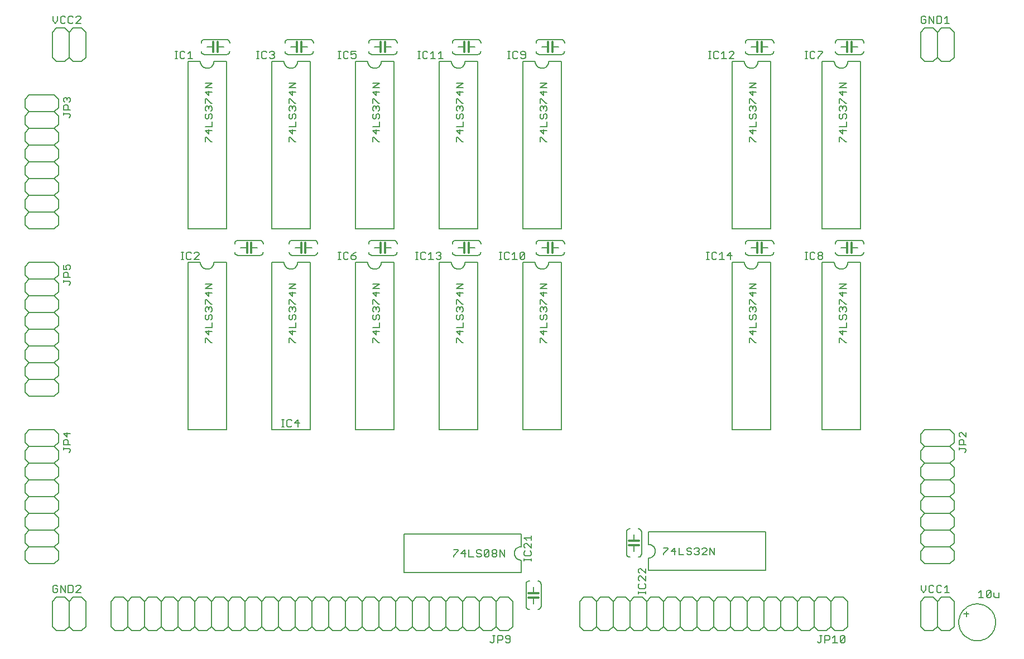
<source format=gtl>
G75*
%MOIN*%
%OFA0B0*%
%FSLAX24Y24*%
%IPPOS*%
%LPD*%
%AMOC8*
5,1,8,0,0,1.08239X$1,22.5*
%
%ADD10C,0.0080*%
%ADD11C,0.0120*%
D10*
X006890Y006015D02*
X006890Y007515D01*
X007140Y007765D01*
X007640Y007765D01*
X007890Y007515D01*
X007890Y006015D01*
X008140Y005765D01*
X008640Y005765D01*
X008890Y006015D01*
X008890Y007515D01*
X008640Y007765D01*
X008140Y007765D01*
X007890Y007515D01*
X007851Y008055D02*
X008061Y008055D01*
X008131Y008125D01*
X008131Y008405D01*
X008061Y008475D01*
X007851Y008475D01*
X007851Y008055D01*
X007671Y008055D02*
X007671Y008475D01*
X007390Y008475D02*
X007671Y008055D01*
X007390Y008055D02*
X007390Y008475D01*
X007210Y008405D02*
X007140Y008475D01*
X007000Y008475D01*
X006930Y008405D01*
X006930Y008125D01*
X007000Y008055D01*
X007140Y008055D01*
X007210Y008125D01*
X007210Y008265D01*
X007070Y008265D01*
X008311Y008405D02*
X008381Y008475D01*
X008521Y008475D01*
X008591Y008405D01*
X008591Y008335D01*
X008311Y008055D01*
X008591Y008055D01*
X010390Y007515D02*
X010390Y006015D01*
X010640Y005765D01*
X011140Y005765D01*
X011390Y006015D01*
X011390Y007515D01*
X011140Y007765D01*
X010640Y007765D01*
X010390Y007515D01*
X011390Y007515D02*
X011640Y007765D01*
X012140Y007765D01*
X012390Y007515D01*
X012390Y006015D01*
X012140Y005765D01*
X011640Y005765D01*
X011390Y006015D01*
X012390Y006015D02*
X012640Y005765D01*
X013140Y005765D01*
X013390Y006015D01*
X013390Y007515D01*
X013140Y007765D01*
X012640Y007765D01*
X012390Y007515D01*
X013390Y007515D02*
X013640Y007765D01*
X014140Y007765D01*
X014390Y007515D01*
X014390Y006015D01*
X014140Y005765D01*
X013640Y005765D01*
X013390Y006015D01*
X014390Y006015D02*
X014640Y005765D01*
X015140Y005765D01*
X015390Y006015D01*
X015390Y007515D01*
X015140Y007765D01*
X014640Y007765D01*
X014390Y007515D01*
X015390Y007515D02*
X015640Y007765D01*
X016140Y007765D01*
X016390Y007515D01*
X016390Y006015D01*
X016140Y005765D01*
X015640Y005765D01*
X015390Y006015D01*
X016390Y006015D02*
X016640Y005765D01*
X017140Y005765D01*
X017390Y006015D01*
X017390Y007515D01*
X017640Y007765D01*
X018140Y007765D01*
X018390Y007515D01*
X018390Y006015D01*
X018140Y005765D01*
X017640Y005765D01*
X017390Y006015D01*
X018390Y006015D02*
X018640Y005765D01*
X019140Y005765D01*
X019390Y006015D01*
X019390Y007515D01*
X019640Y007765D01*
X020140Y007765D01*
X020390Y007515D01*
X020390Y006015D01*
X020140Y005765D01*
X019640Y005765D01*
X019390Y006015D01*
X020390Y006015D02*
X020640Y005765D01*
X021140Y005765D01*
X021390Y006015D01*
X021390Y007515D01*
X021640Y007765D01*
X022140Y007765D01*
X022390Y007515D01*
X022390Y006015D01*
X022140Y005765D01*
X021640Y005765D01*
X021390Y006015D01*
X022390Y006015D02*
X022640Y005765D01*
X023140Y005765D01*
X023390Y006015D01*
X023390Y007515D01*
X023640Y007765D01*
X024140Y007765D01*
X024390Y007515D01*
X024390Y006015D01*
X024140Y005765D01*
X023640Y005765D01*
X023390Y006015D01*
X024390Y006015D02*
X024640Y005765D01*
X025140Y005765D01*
X025390Y006015D01*
X025390Y007515D01*
X025640Y007765D01*
X026140Y007765D01*
X026390Y007515D01*
X026390Y006015D01*
X026140Y005765D01*
X025640Y005765D01*
X025390Y006015D01*
X026390Y006015D02*
X026640Y005765D01*
X027140Y005765D01*
X027390Y006015D01*
X027390Y007515D01*
X027640Y007765D01*
X028140Y007765D01*
X028390Y007515D01*
X028390Y006015D01*
X028140Y005765D01*
X027640Y005765D01*
X027390Y006015D01*
X028390Y006015D02*
X028640Y005765D01*
X029140Y005765D01*
X029390Y006015D01*
X029390Y007515D01*
X029140Y007765D01*
X028640Y007765D01*
X028390Y007515D01*
X029390Y007515D02*
X029640Y007765D01*
X030140Y007765D01*
X030390Y007515D01*
X030390Y006015D01*
X030140Y005765D01*
X029640Y005765D01*
X029390Y006015D01*
X030390Y006015D02*
X030640Y005765D01*
X031140Y005765D01*
X031390Y006015D01*
X031390Y007515D01*
X031140Y007765D01*
X030640Y007765D01*
X030390Y007515D01*
X031390Y007515D02*
X031640Y007765D01*
X032140Y007765D01*
X032390Y007515D01*
X032390Y006015D01*
X032140Y005765D01*
X031640Y005765D01*
X031390Y006015D01*
X032390Y006015D02*
X032640Y005765D01*
X033140Y005765D01*
X033390Y006015D01*
X033390Y007515D01*
X033140Y007765D01*
X032640Y007765D01*
X032390Y007515D01*
X033390Y007515D02*
X033640Y007765D01*
X034140Y007765D01*
X034390Y007515D01*
X034390Y006015D01*
X034140Y005765D01*
X033640Y005765D01*
X033390Y006015D01*
X033329Y005475D02*
X033189Y005475D01*
X033259Y005475D02*
X033259Y005125D01*
X033189Y005055D01*
X033119Y005055D01*
X033049Y005125D01*
X033509Y005055D02*
X033509Y005475D01*
X033719Y005475D01*
X033789Y005405D01*
X033789Y005265D01*
X033719Y005195D01*
X033509Y005195D01*
X033970Y005125D02*
X034040Y005055D01*
X034180Y005055D01*
X034250Y005125D01*
X034250Y005405D01*
X034180Y005475D01*
X034040Y005475D01*
X033970Y005405D01*
X033970Y005335D01*
X034040Y005265D01*
X034250Y005265D01*
X035190Y007240D02*
X035190Y008540D01*
X035192Y008566D01*
X035197Y008592D01*
X035205Y008617D01*
X035217Y008640D01*
X035231Y008662D01*
X035249Y008681D01*
X035268Y008699D01*
X035290Y008713D01*
X035313Y008725D01*
X035338Y008733D01*
X035364Y008738D01*
X035390Y008740D01*
X035640Y008390D02*
X035640Y008010D01*
X035640Y007760D02*
X035640Y007390D01*
X035890Y007040D02*
X035916Y007042D01*
X035942Y007047D01*
X035967Y007055D01*
X035990Y007067D01*
X036012Y007081D01*
X036031Y007099D01*
X036049Y007118D01*
X036063Y007140D01*
X036075Y007163D01*
X036083Y007188D01*
X036088Y007214D01*
X036090Y007240D01*
X036090Y008540D01*
X036088Y008566D01*
X036083Y008592D01*
X036075Y008617D01*
X036063Y008640D01*
X036049Y008662D01*
X036031Y008681D01*
X036012Y008699D01*
X035990Y008713D01*
X035967Y008725D01*
X035942Y008733D01*
X035916Y008738D01*
X035890Y008740D01*
X034890Y009240D02*
X034890Y009990D01*
X035080Y010012D02*
X035500Y010012D01*
X035500Y009942D02*
X035500Y010082D01*
X035430Y010249D02*
X035500Y010319D01*
X035500Y010459D01*
X035430Y010529D01*
X035500Y010709D02*
X035220Y010989D01*
X035150Y010989D01*
X035080Y010919D01*
X035080Y010779D01*
X035150Y010709D01*
X035150Y010529D02*
X035080Y010459D01*
X035080Y010319D01*
X035150Y010249D01*
X035430Y010249D01*
X035080Y010082D02*
X035080Y009942D01*
X034890Y009990D02*
X034851Y009992D01*
X034812Y009998D01*
X034774Y010007D01*
X034737Y010020D01*
X034701Y010037D01*
X034668Y010057D01*
X034636Y010081D01*
X034607Y010107D01*
X034581Y010136D01*
X034557Y010168D01*
X034537Y010201D01*
X034520Y010237D01*
X034507Y010274D01*
X034498Y010312D01*
X034492Y010351D01*
X034490Y010390D01*
X034492Y010429D01*
X034498Y010468D01*
X034507Y010506D01*
X034520Y010543D01*
X034537Y010579D01*
X034557Y010612D01*
X034581Y010644D01*
X034607Y010673D01*
X034636Y010699D01*
X034668Y010723D01*
X034701Y010743D01*
X034737Y010760D01*
X034774Y010773D01*
X034812Y010782D01*
X034851Y010788D01*
X034890Y010790D01*
X034890Y011540D01*
X027890Y011540D01*
X027890Y009240D01*
X034890Y009240D01*
X033900Y010180D02*
X033900Y010600D01*
X033620Y010600D02*
X033900Y010180D01*
X033620Y010180D02*
X033620Y010600D01*
X033439Y010530D02*
X033439Y010460D01*
X033369Y010390D01*
X033229Y010390D01*
X033159Y010460D01*
X033159Y010530D01*
X033229Y010600D01*
X033369Y010600D01*
X033439Y010530D01*
X033369Y010390D02*
X033439Y010320D01*
X033439Y010250D01*
X033369Y010180D01*
X033229Y010180D01*
X033159Y010250D01*
X033159Y010320D01*
X033229Y010390D01*
X032979Y010250D02*
X032909Y010180D01*
X032769Y010180D01*
X032699Y010250D01*
X032979Y010530D01*
X032979Y010250D01*
X032699Y010250D02*
X032699Y010530D01*
X032769Y010600D01*
X032909Y010600D01*
X032979Y010530D01*
X032519Y010530D02*
X032449Y010600D01*
X032308Y010600D01*
X032238Y010530D01*
X032238Y010460D01*
X032308Y010390D01*
X032449Y010390D01*
X032519Y010320D01*
X032519Y010250D01*
X032449Y010180D01*
X032308Y010180D01*
X032238Y010250D01*
X032058Y010180D02*
X031778Y010180D01*
X031778Y010600D01*
X031528Y010600D02*
X031318Y010390D01*
X031598Y010390D01*
X031528Y010180D02*
X031528Y010600D01*
X031137Y010600D02*
X031137Y010530D01*
X030857Y010250D01*
X030857Y010180D01*
X030857Y010600D02*
X031137Y010600D01*
X035080Y011310D02*
X035500Y011310D01*
X035500Y011170D02*
X035500Y011450D01*
X035220Y011170D02*
X035080Y011310D01*
X035500Y010989D02*
X035500Y010709D01*
X038640Y007765D02*
X039140Y007765D01*
X039390Y007515D01*
X039390Y006015D01*
X039140Y005765D01*
X038640Y005765D01*
X038390Y006015D01*
X038390Y007515D01*
X038640Y007765D01*
X039390Y007515D02*
X039640Y007765D01*
X040140Y007765D01*
X040390Y007515D01*
X040390Y006015D01*
X040140Y005765D01*
X039640Y005765D01*
X039390Y006015D01*
X040390Y006015D02*
X040640Y005765D01*
X041140Y005765D01*
X041390Y006015D01*
X041390Y007515D01*
X041640Y007765D01*
X042140Y007765D01*
X042390Y007515D01*
X042390Y006015D01*
X042140Y005765D01*
X041640Y005765D01*
X041390Y006015D01*
X042390Y006015D02*
X042640Y005765D01*
X043140Y005765D01*
X043390Y006015D01*
X043390Y007515D01*
X043640Y007765D01*
X044140Y007765D01*
X044390Y007515D01*
X044390Y006015D01*
X044140Y005765D01*
X043640Y005765D01*
X043390Y006015D01*
X044390Y006015D02*
X044640Y005765D01*
X045140Y005765D01*
X045390Y006015D01*
X045390Y007515D01*
X045640Y007765D01*
X046140Y007765D01*
X046390Y007515D01*
X046390Y006015D01*
X046140Y005765D01*
X045640Y005765D01*
X045390Y006015D01*
X046390Y006015D02*
X046640Y005765D01*
X047140Y005765D01*
X047390Y006015D01*
X047390Y007515D01*
X047640Y007765D01*
X048140Y007765D01*
X048390Y007515D01*
X048390Y006015D01*
X048140Y005765D01*
X047640Y005765D01*
X047390Y006015D01*
X048390Y006015D02*
X048640Y005765D01*
X049140Y005765D01*
X049390Y006015D01*
X049390Y007515D01*
X049140Y007765D01*
X048640Y007765D01*
X048390Y007515D01*
X049390Y007515D02*
X049640Y007765D01*
X050140Y007765D01*
X050390Y007515D01*
X050390Y006015D01*
X050140Y005765D01*
X049640Y005765D01*
X049390Y006015D01*
X050390Y006015D02*
X050640Y005765D01*
X051140Y005765D01*
X051390Y006015D01*
X051390Y007515D01*
X051140Y007765D01*
X050640Y007765D01*
X050390Y007515D01*
X051390Y007515D02*
X051640Y007765D01*
X052140Y007765D01*
X052390Y007515D01*
X052390Y006015D01*
X052140Y005765D01*
X051640Y005765D01*
X051390Y006015D01*
X052390Y006015D02*
X052640Y005765D01*
X053140Y005765D01*
X053390Y006015D01*
X053390Y007515D01*
X053140Y007765D01*
X052640Y007765D01*
X052390Y007515D01*
X053390Y007515D02*
X053640Y007765D01*
X054140Y007765D01*
X054390Y007515D01*
X054390Y006015D01*
X054140Y005765D01*
X053640Y005765D01*
X053390Y006015D01*
X053259Y005475D02*
X053049Y005475D01*
X053049Y005055D01*
X053049Y005195D02*
X053259Y005195D01*
X053329Y005265D01*
X053329Y005405D01*
X053259Y005475D01*
X053509Y005335D02*
X053649Y005475D01*
X053649Y005055D01*
X053509Y005055D02*
X053789Y005055D01*
X053970Y005125D02*
X054250Y005405D01*
X054250Y005125D01*
X054180Y005055D01*
X054040Y005055D01*
X053970Y005125D01*
X053970Y005405D01*
X054040Y005475D01*
X054180Y005475D01*
X054250Y005405D01*
X052869Y005475D02*
X052729Y005475D01*
X052799Y005475D02*
X052799Y005125D01*
X052729Y005055D01*
X052658Y005055D01*
X052588Y005125D01*
X047390Y007515D02*
X047140Y007765D01*
X046640Y007765D01*
X046390Y007515D01*
X045390Y007515D02*
X045140Y007765D01*
X044640Y007765D01*
X044390Y007515D01*
X043390Y007515D02*
X043140Y007765D01*
X042640Y007765D01*
X042390Y007515D01*
X042325Y007980D02*
X042325Y008120D01*
X042325Y008050D02*
X041905Y008050D01*
X041905Y007980D02*
X041905Y008120D01*
X041975Y008287D02*
X042255Y008287D01*
X042325Y008357D01*
X042325Y008497D01*
X042255Y008567D01*
X042325Y008747D02*
X042045Y009028D01*
X041975Y009028D01*
X041905Y008958D01*
X041905Y008817D01*
X041975Y008747D01*
X041975Y008567D02*
X041905Y008497D01*
X041905Y008357D01*
X041975Y008287D01*
X042325Y008747D02*
X042325Y009028D01*
X042325Y009208D02*
X042045Y009488D01*
X041975Y009488D01*
X041905Y009418D01*
X041905Y009278D01*
X041975Y009208D01*
X042325Y009208D02*
X042325Y009488D01*
X042515Y009365D02*
X042515Y010115D01*
X042554Y010117D01*
X042593Y010123D01*
X042631Y010132D01*
X042668Y010145D01*
X042704Y010162D01*
X042737Y010182D01*
X042769Y010206D01*
X042798Y010232D01*
X042824Y010261D01*
X042848Y010293D01*
X042868Y010326D01*
X042885Y010362D01*
X042898Y010399D01*
X042907Y010437D01*
X042913Y010476D01*
X042915Y010515D01*
X042913Y010554D01*
X042907Y010593D01*
X042898Y010631D01*
X042885Y010668D01*
X042868Y010704D01*
X042848Y010737D01*
X042824Y010769D01*
X042798Y010798D01*
X042769Y010824D01*
X042737Y010848D01*
X042704Y010868D01*
X042668Y010885D01*
X042631Y010898D01*
X042593Y010907D01*
X042554Y010913D01*
X042515Y010915D01*
X042515Y011665D01*
X049515Y011665D01*
X049515Y009365D01*
X042515Y009365D01*
X042090Y010365D02*
X042090Y011665D01*
X042088Y011691D01*
X042083Y011717D01*
X042075Y011742D01*
X042063Y011765D01*
X042049Y011787D01*
X042031Y011806D01*
X042012Y011824D01*
X041990Y011838D01*
X041967Y011850D01*
X041942Y011858D01*
X041916Y011863D01*
X041890Y011865D01*
X041640Y011515D02*
X041640Y011135D01*
X041640Y010885D02*
X041640Y010515D01*
X041390Y010165D02*
X041364Y010167D01*
X041338Y010172D01*
X041313Y010180D01*
X041290Y010192D01*
X041268Y010206D01*
X041249Y010224D01*
X041231Y010243D01*
X041217Y010265D01*
X041205Y010288D01*
X041197Y010313D01*
X041192Y010339D01*
X041190Y010365D01*
X041190Y011665D01*
X041192Y011691D01*
X041197Y011717D01*
X041205Y011742D01*
X041217Y011765D01*
X041231Y011787D01*
X041249Y011806D01*
X041268Y011824D01*
X041290Y011838D01*
X041313Y011850D01*
X041338Y011858D01*
X041364Y011863D01*
X041390Y011865D01*
X043405Y010725D02*
X043685Y010725D01*
X043685Y010655D01*
X043405Y010375D01*
X043405Y010305D01*
X043865Y010515D02*
X044146Y010515D01*
X044076Y010305D02*
X044076Y010725D01*
X043865Y010515D01*
X044326Y010305D02*
X044606Y010305D01*
X044786Y010375D02*
X044856Y010305D01*
X044996Y010305D01*
X045066Y010375D01*
X045066Y010445D01*
X044996Y010515D01*
X044856Y010515D01*
X044786Y010585D01*
X044786Y010655D01*
X044856Y010725D01*
X044996Y010725D01*
X045066Y010655D01*
X045247Y010655D02*
X045317Y010725D01*
X045457Y010725D01*
X045527Y010655D01*
X045527Y010585D01*
X045457Y010515D01*
X045527Y010445D01*
X045527Y010375D01*
X045457Y010305D01*
X045317Y010305D01*
X045247Y010375D01*
X045387Y010515D02*
X045457Y010515D01*
X045707Y010655D02*
X045777Y010725D01*
X045917Y010725D01*
X045987Y010655D01*
X045987Y010585D01*
X045707Y010305D01*
X045987Y010305D01*
X046167Y010305D02*
X046167Y010725D01*
X046448Y010305D01*
X046448Y010725D01*
X044326Y010725D02*
X044326Y010305D01*
X042090Y010365D02*
X042088Y010339D01*
X042083Y010313D01*
X042075Y010288D01*
X042063Y010265D01*
X042049Y010243D01*
X042031Y010224D01*
X042012Y010206D01*
X041990Y010192D01*
X041967Y010180D01*
X041942Y010172D01*
X041916Y010167D01*
X041890Y010165D01*
X041140Y007765D02*
X040640Y007765D01*
X040390Y007515D01*
X041140Y007765D02*
X041390Y007515D01*
X035390Y007040D02*
X035364Y007042D01*
X035338Y007047D01*
X035313Y007055D01*
X035290Y007067D01*
X035268Y007081D01*
X035249Y007099D01*
X035231Y007118D01*
X035217Y007140D01*
X035205Y007163D01*
X035197Y007188D01*
X035192Y007214D01*
X035190Y007240D01*
X027390Y007515D02*
X027140Y007765D01*
X026640Y007765D01*
X026390Y007515D01*
X025390Y007515D02*
X025140Y007765D01*
X024640Y007765D01*
X024390Y007515D01*
X023390Y007515D02*
X023140Y007765D01*
X022640Y007765D01*
X022390Y007515D01*
X021390Y007515D02*
X021140Y007765D01*
X020640Y007765D01*
X020390Y007515D01*
X019390Y007515D02*
X019140Y007765D01*
X018640Y007765D01*
X018390Y007515D01*
X017390Y007515D02*
X017140Y007765D01*
X016640Y007765D01*
X016390Y007515D01*
X007890Y006015D02*
X007640Y005765D01*
X007140Y005765D01*
X006890Y006015D01*
X007015Y009765D02*
X005515Y009765D01*
X005265Y010015D01*
X005265Y010515D01*
X005515Y010765D01*
X007015Y010765D01*
X007265Y010515D01*
X007265Y010015D01*
X007015Y009765D01*
X007015Y010765D02*
X007265Y011015D01*
X007265Y011515D01*
X007015Y011765D01*
X005515Y011765D01*
X005265Y011515D01*
X005265Y011015D01*
X005515Y010765D01*
X005515Y011765D02*
X005265Y012015D01*
X005265Y012515D01*
X005515Y012765D01*
X007015Y012765D01*
X007265Y012515D01*
X007265Y012015D01*
X007015Y011765D01*
X007015Y012765D02*
X007265Y013015D01*
X007265Y013515D01*
X007015Y013765D01*
X005515Y013765D01*
X005265Y013515D01*
X005265Y013015D01*
X005515Y012765D01*
X005515Y013765D02*
X005265Y014015D01*
X005265Y014515D01*
X005515Y014765D01*
X007015Y014765D01*
X007265Y014515D01*
X007265Y014015D01*
X007015Y013765D01*
X007015Y014765D02*
X007265Y015015D01*
X007265Y015515D01*
X007015Y015765D01*
X005515Y015765D01*
X005265Y015515D01*
X005265Y015015D01*
X005515Y014765D01*
X005515Y015765D02*
X005265Y016015D01*
X005265Y016515D01*
X005515Y016765D01*
X007015Y016765D01*
X007265Y016515D01*
X007265Y016015D01*
X007015Y015765D01*
X007555Y016564D02*
X007555Y016704D01*
X007555Y016634D02*
X007905Y016634D01*
X007975Y016564D01*
X007975Y016494D01*
X007905Y016424D01*
X007975Y016884D02*
X007555Y016884D01*
X007555Y017094D01*
X007625Y017164D01*
X007765Y017164D01*
X007835Y017094D01*
X007835Y016884D01*
X007765Y017345D02*
X007765Y017625D01*
X007975Y017555D02*
X007555Y017555D01*
X007765Y017345D01*
X007265Y017515D02*
X007015Y017765D01*
X005515Y017765D01*
X005265Y017515D01*
X005265Y017015D01*
X005515Y016765D01*
X007015Y016765D02*
X007265Y017015D01*
X007265Y017515D01*
X007015Y019765D02*
X005515Y019765D01*
X005265Y020015D01*
X005265Y020515D01*
X005515Y020765D01*
X007015Y020765D01*
X007265Y020515D01*
X007265Y020015D01*
X007015Y019765D01*
X007015Y020765D02*
X007265Y021015D01*
X007265Y021515D01*
X007015Y021765D01*
X005515Y021765D01*
X005265Y021515D01*
X005265Y021015D01*
X005515Y020765D01*
X005515Y021765D02*
X005265Y022015D01*
X005265Y022515D01*
X005515Y022765D01*
X007015Y022765D01*
X007265Y022515D01*
X007265Y022015D01*
X007015Y021765D01*
X007015Y022765D02*
X007265Y023015D01*
X007265Y023515D01*
X007015Y023765D01*
X005515Y023765D01*
X005265Y023515D01*
X005265Y023015D01*
X005515Y022765D01*
X005515Y023765D02*
X005265Y024015D01*
X005265Y024515D01*
X005515Y024765D01*
X007015Y024765D01*
X007265Y024515D01*
X007265Y024015D01*
X007015Y023765D01*
X007015Y024765D02*
X007265Y025015D01*
X007265Y025515D01*
X007015Y025765D01*
X005515Y025765D01*
X005265Y025515D01*
X005265Y025015D01*
X005515Y024765D01*
X005515Y025765D02*
X005265Y026015D01*
X005265Y026515D01*
X005515Y026765D01*
X007015Y026765D01*
X007265Y026515D01*
X007265Y026015D01*
X007015Y025765D01*
X007555Y026564D02*
X007555Y026704D01*
X007555Y026634D02*
X007905Y026634D01*
X007975Y026564D01*
X007975Y026494D01*
X007905Y026424D01*
X007975Y026884D02*
X007555Y026884D01*
X007555Y027094D01*
X007625Y027164D01*
X007765Y027164D01*
X007835Y027094D01*
X007835Y026884D01*
X007905Y027345D02*
X007975Y027415D01*
X007975Y027555D01*
X007905Y027625D01*
X007765Y027625D01*
X007695Y027555D01*
X007695Y027485D01*
X007765Y027345D01*
X007555Y027345D01*
X007555Y027625D01*
X007265Y027515D02*
X007265Y027015D01*
X007015Y026765D01*
X007265Y027515D02*
X007015Y027765D01*
X005515Y027765D01*
X005265Y027515D01*
X005265Y027015D01*
X005515Y026765D01*
X005515Y029765D02*
X007015Y029765D01*
X007265Y030015D01*
X007265Y030515D01*
X007015Y030765D01*
X005515Y030765D01*
X005265Y030515D01*
X005265Y030015D01*
X005515Y029765D01*
X005515Y030765D02*
X005265Y031015D01*
X005265Y031515D01*
X005515Y031765D01*
X007015Y031765D01*
X007265Y031515D01*
X007265Y031015D01*
X007015Y030765D01*
X007015Y031765D02*
X007265Y032015D01*
X007265Y032515D01*
X007015Y032765D01*
X005515Y032765D01*
X005265Y032515D01*
X005265Y032015D01*
X005515Y031765D01*
X005515Y032765D02*
X005265Y033015D01*
X005265Y033515D01*
X005515Y033765D01*
X007015Y033765D01*
X007265Y033515D01*
X007265Y033015D01*
X007015Y032765D01*
X007015Y033765D02*
X007265Y034015D01*
X007265Y034515D01*
X007015Y034765D01*
X005515Y034765D01*
X005265Y034515D01*
X005265Y034015D01*
X005515Y033765D01*
X005515Y034765D02*
X005265Y035015D01*
X005265Y035515D01*
X005515Y035765D01*
X007015Y035765D01*
X007265Y035515D01*
X007265Y035015D01*
X007015Y034765D01*
X007015Y035765D02*
X007265Y036015D01*
X007265Y036515D01*
X007015Y036765D01*
X005515Y036765D01*
X005265Y036515D01*
X005265Y036015D01*
X005515Y035765D01*
X005515Y036765D02*
X005265Y037015D01*
X005265Y037515D01*
X005515Y037765D01*
X007015Y037765D01*
X007265Y037515D01*
X007265Y037015D01*
X007015Y036765D01*
X007555Y036704D02*
X007555Y036564D01*
X007555Y036634D02*
X007905Y036634D01*
X007975Y036564D01*
X007975Y036494D01*
X007905Y036424D01*
X007975Y036884D02*
X007555Y036884D01*
X007555Y037094D01*
X007625Y037164D01*
X007765Y037164D01*
X007835Y037094D01*
X007835Y036884D01*
X007905Y037345D02*
X007975Y037415D01*
X007975Y037555D01*
X007905Y037625D01*
X007835Y037625D01*
X007765Y037555D01*
X007765Y037485D01*
X007765Y037555D02*
X007695Y037625D01*
X007625Y037625D01*
X007555Y037555D01*
X007555Y037415D01*
X007625Y037345D01*
X007640Y039765D02*
X007140Y039765D01*
X006890Y040015D01*
X006890Y041515D01*
X007140Y041765D01*
X007640Y041765D01*
X007890Y041515D01*
X007890Y040015D01*
X008140Y039765D01*
X008640Y039765D01*
X008890Y040015D01*
X008890Y041515D01*
X008640Y041765D01*
X008140Y041765D01*
X007890Y041515D01*
X007921Y042055D02*
X008061Y042055D01*
X008131Y042125D01*
X008311Y042055D02*
X008591Y042335D01*
X008591Y042405D01*
X008521Y042475D01*
X008381Y042475D01*
X008311Y042405D01*
X008131Y042405D02*
X008061Y042475D01*
X007921Y042475D01*
X007851Y042405D01*
X007851Y042125D01*
X007921Y042055D01*
X007671Y042125D02*
X007601Y042055D01*
X007460Y042055D01*
X007390Y042125D01*
X007390Y042405D01*
X007460Y042475D01*
X007601Y042475D01*
X007671Y042405D01*
X007210Y042475D02*
X007210Y042195D01*
X007070Y042055D01*
X006930Y042195D01*
X006930Y042475D01*
X008311Y042055D02*
X008591Y042055D01*
X007890Y040015D02*
X007640Y039765D01*
X014230Y039955D02*
X014370Y039955D01*
X014300Y039955D02*
X014300Y040375D01*
X014230Y040375D02*
X014370Y040375D01*
X014537Y040305D02*
X014537Y040025D01*
X014607Y039955D01*
X014747Y039955D01*
X014817Y040025D01*
X014997Y039955D02*
X015278Y039955D01*
X015137Y039955D02*
X015137Y040375D01*
X014997Y040235D01*
X014817Y040305D02*
X014747Y040375D01*
X014607Y040375D01*
X014537Y040305D01*
X014990Y039765D02*
X015740Y039765D01*
X015742Y039726D01*
X015748Y039687D01*
X015757Y039649D01*
X015770Y039612D01*
X015787Y039576D01*
X015807Y039543D01*
X015831Y039511D01*
X015857Y039482D01*
X015886Y039456D01*
X015918Y039432D01*
X015951Y039412D01*
X015987Y039395D01*
X016024Y039382D01*
X016062Y039373D01*
X016101Y039367D01*
X016140Y039365D01*
X016179Y039367D01*
X016218Y039373D01*
X016256Y039382D01*
X016293Y039395D01*
X016329Y039412D01*
X016362Y039432D01*
X016394Y039456D01*
X016423Y039482D01*
X016449Y039511D01*
X016473Y039543D01*
X016493Y039576D01*
X016510Y039612D01*
X016523Y039649D01*
X016532Y039687D01*
X016538Y039726D01*
X016540Y039765D01*
X017290Y039765D01*
X017290Y029765D01*
X014990Y029765D01*
X014990Y039765D01*
X015990Y040190D02*
X017290Y040190D01*
X017316Y040192D01*
X017342Y040197D01*
X017367Y040205D01*
X017390Y040217D01*
X017412Y040231D01*
X017431Y040249D01*
X017449Y040268D01*
X017463Y040290D01*
X017475Y040313D01*
X017483Y040338D01*
X017488Y040364D01*
X017490Y040390D01*
X017140Y040640D02*
X016760Y040640D01*
X016510Y040640D02*
X016140Y040640D01*
X015790Y040390D02*
X015792Y040364D01*
X015797Y040338D01*
X015805Y040313D01*
X015817Y040290D01*
X015831Y040268D01*
X015849Y040249D01*
X015868Y040231D01*
X015890Y040217D01*
X015913Y040205D01*
X015938Y040197D01*
X015964Y040192D01*
X015990Y040190D01*
X015790Y040890D02*
X015792Y040916D01*
X015797Y040942D01*
X015805Y040967D01*
X015817Y040990D01*
X015831Y041012D01*
X015849Y041031D01*
X015868Y041049D01*
X015890Y041063D01*
X015913Y041075D01*
X015938Y041083D01*
X015964Y041088D01*
X015990Y041090D01*
X017290Y041090D01*
X017316Y041088D01*
X017342Y041083D01*
X017367Y041075D01*
X017390Y041063D01*
X017412Y041049D01*
X017431Y041031D01*
X017449Y041012D01*
X017463Y040990D01*
X017475Y040967D01*
X017483Y040942D01*
X017488Y040916D01*
X017490Y040890D01*
X019105Y040375D02*
X019245Y040375D01*
X019175Y040375D02*
X019175Y039955D01*
X019105Y039955D02*
X019245Y039955D01*
X019412Y040025D02*
X019482Y039955D01*
X019622Y039955D01*
X019692Y040025D01*
X019872Y040025D02*
X019942Y039955D01*
X020083Y039955D01*
X020153Y040025D01*
X020153Y040095D01*
X020083Y040165D01*
X020012Y040165D01*
X020083Y040165D02*
X020153Y040235D01*
X020153Y040305D01*
X020083Y040375D01*
X019942Y040375D01*
X019872Y040305D01*
X019692Y040305D02*
X019622Y040375D01*
X019482Y040375D01*
X019412Y040305D01*
X019412Y040025D01*
X019990Y039765D02*
X020740Y039765D01*
X020742Y039726D01*
X020748Y039687D01*
X020757Y039649D01*
X020770Y039612D01*
X020787Y039576D01*
X020807Y039543D01*
X020831Y039511D01*
X020857Y039482D01*
X020886Y039456D01*
X020918Y039432D01*
X020951Y039412D01*
X020987Y039395D01*
X021024Y039382D01*
X021062Y039373D01*
X021101Y039367D01*
X021140Y039365D01*
X021179Y039367D01*
X021218Y039373D01*
X021256Y039382D01*
X021293Y039395D01*
X021329Y039412D01*
X021362Y039432D01*
X021394Y039456D01*
X021423Y039482D01*
X021449Y039511D01*
X021473Y039543D01*
X021493Y039576D01*
X021510Y039612D01*
X021523Y039649D01*
X021532Y039687D01*
X021538Y039726D01*
X021540Y039765D01*
X022290Y039765D01*
X022290Y029765D01*
X019990Y029765D01*
X019990Y039765D01*
X020990Y040190D02*
X022290Y040190D01*
X022316Y040192D01*
X022342Y040197D01*
X022367Y040205D01*
X022390Y040217D01*
X022412Y040231D01*
X022431Y040249D01*
X022449Y040268D01*
X022463Y040290D01*
X022475Y040313D01*
X022483Y040338D01*
X022488Y040364D01*
X022490Y040390D01*
X022140Y040640D02*
X021760Y040640D01*
X021510Y040640D02*
X021140Y040640D01*
X020790Y040390D02*
X020792Y040364D01*
X020797Y040338D01*
X020805Y040313D01*
X020817Y040290D01*
X020831Y040268D01*
X020849Y040249D01*
X020868Y040231D01*
X020890Y040217D01*
X020913Y040205D01*
X020938Y040197D01*
X020964Y040192D01*
X020990Y040190D01*
X020790Y040890D02*
X020792Y040916D01*
X020797Y040942D01*
X020805Y040967D01*
X020817Y040990D01*
X020831Y041012D01*
X020849Y041031D01*
X020868Y041049D01*
X020890Y041063D01*
X020913Y041075D01*
X020938Y041083D01*
X020964Y041088D01*
X020990Y041090D01*
X022290Y041090D01*
X022316Y041088D01*
X022342Y041083D01*
X022367Y041075D01*
X022390Y041063D01*
X022412Y041049D01*
X022431Y041031D01*
X022449Y041012D01*
X022463Y040990D01*
X022475Y040967D01*
X022483Y040942D01*
X022488Y040916D01*
X022490Y040890D01*
X023980Y040375D02*
X024120Y040375D01*
X024050Y040375D02*
X024050Y039955D01*
X023980Y039955D02*
X024120Y039955D01*
X024287Y040025D02*
X024357Y039955D01*
X024497Y039955D01*
X024567Y040025D01*
X024747Y040025D02*
X024817Y039955D01*
X024958Y039955D01*
X025028Y040025D01*
X025028Y040165D01*
X024958Y040235D01*
X024887Y040235D01*
X024747Y040165D01*
X024747Y040375D01*
X025028Y040375D01*
X024567Y040305D02*
X024497Y040375D01*
X024357Y040375D01*
X024287Y040305D01*
X024287Y040025D01*
X024990Y039765D02*
X025740Y039765D01*
X025742Y039726D01*
X025748Y039687D01*
X025757Y039649D01*
X025770Y039612D01*
X025787Y039576D01*
X025807Y039543D01*
X025831Y039511D01*
X025857Y039482D01*
X025886Y039456D01*
X025918Y039432D01*
X025951Y039412D01*
X025987Y039395D01*
X026024Y039382D01*
X026062Y039373D01*
X026101Y039367D01*
X026140Y039365D01*
X026179Y039367D01*
X026218Y039373D01*
X026256Y039382D01*
X026293Y039395D01*
X026329Y039412D01*
X026362Y039432D01*
X026394Y039456D01*
X026423Y039482D01*
X026449Y039511D01*
X026473Y039543D01*
X026493Y039576D01*
X026510Y039612D01*
X026523Y039649D01*
X026532Y039687D01*
X026538Y039726D01*
X026540Y039765D01*
X027290Y039765D01*
X027290Y029765D01*
X024990Y029765D01*
X024990Y039765D01*
X025990Y040190D02*
X027290Y040190D01*
X027316Y040192D01*
X027342Y040197D01*
X027367Y040205D01*
X027390Y040217D01*
X027412Y040231D01*
X027431Y040249D01*
X027449Y040268D01*
X027463Y040290D01*
X027475Y040313D01*
X027483Y040338D01*
X027488Y040364D01*
X027490Y040390D01*
X027140Y040640D02*
X026760Y040640D01*
X026510Y040640D02*
X026140Y040640D01*
X025790Y040390D02*
X025792Y040364D01*
X025797Y040338D01*
X025805Y040313D01*
X025817Y040290D01*
X025831Y040268D01*
X025849Y040249D01*
X025868Y040231D01*
X025890Y040217D01*
X025913Y040205D01*
X025938Y040197D01*
X025964Y040192D01*
X025990Y040190D01*
X025790Y040890D02*
X025792Y040916D01*
X025797Y040942D01*
X025805Y040967D01*
X025817Y040990D01*
X025831Y041012D01*
X025849Y041031D01*
X025868Y041049D01*
X025890Y041063D01*
X025913Y041075D01*
X025938Y041083D01*
X025964Y041088D01*
X025990Y041090D01*
X027290Y041090D01*
X027316Y041088D01*
X027342Y041083D01*
X027367Y041075D01*
X027390Y041063D01*
X027412Y041049D01*
X027431Y041031D01*
X027449Y041012D01*
X027463Y040990D01*
X027475Y040967D01*
X027483Y040942D01*
X027488Y040916D01*
X027490Y040890D01*
X028730Y040375D02*
X028870Y040375D01*
X028800Y040375D02*
X028800Y039955D01*
X028730Y039955D02*
X028870Y039955D01*
X029037Y040025D02*
X029107Y039955D01*
X029247Y039955D01*
X029317Y040025D01*
X029497Y039955D02*
X029778Y039955D01*
X029637Y039955D02*
X029637Y040375D01*
X029497Y040235D01*
X029317Y040305D02*
X029247Y040375D01*
X029107Y040375D01*
X029037Y040305D01*
X029037Y040025D01*
X029958Y039955D02*
X030238Y039955D01*
X030098Y039955D02*
X030098Y040375D01*
X029958Y040235D01*
X029990Y039765D02*
X030740Y039765D01*
X030742Y039726D01*
X030748Y039687D01*
X030757Y039649D01*
X030770Y039612D01*
X030787Y039576D01*
X030807Y039543D01*
X030831Y039511D01*
X030857Y039482D01*
X030886Y039456D01*
X030918Y039432D01*
X030951Y039412D01*
X030987Y039395D01*
X031024Y039382D01*
X031062Y039373D01*
X031101Y039367D01*
X031140Y039365D01*
X031179Y039367D01*
X031218Y039373D01*
X031256Y039382D01*
X031293Y039395D01*
X031329Y039412D01*
X031362Y039432D01*
X031394Y039456D01*
X031423Y039482D01*
X031449Y039511D01*
X031473Y039543D01*
X031493Y039576D01*
X031510Y039612D01*
X031523Y039649D01*
X031532Y039687D01*
X031538Y039726D01*
X031540Y039765D01*
X032290Y039765D01*
X032290Y029765D01*
X029990Y029765D01*
X029990Y039765D01*
X030990Y040190D02*
X032290Y040190D01*
X032316Y040192D01*
X032342Y040197D01*
X032367Y040205D01*
X032390Y040217D01*
X032412Y040231D01*
X032431Y040249D01*
X032449Y040268D01*
X032463Y040290D01*
X032475Y040313D01*
X032483Y040338D01*
X032488Y040364D01*
X032490Y040390D01*
X032140Y040640D02*
X031760Y040640D01*
X031510Y040640D02*
X031140Y040640D01*
X030790Y040390D02*
X030792Y040364D01*
X030797Y040338D01*
X030805Y040313D01*
X030817Y040290D01*
X030831Y040268D01*
X030849Y040249D01*
X030868Y040231D01*
X030890Y040217D01*
X030913Y040205D01*
X030938Y040197D01*
X030964Y040192D01*
X030990Y040190D01*
X030790Y040890D02*
X030792Y040916D01*
X030797Y040942D01*
X030805Y040967D01*
X030817Y040990D01*
X030831Y041012D01*
X030849Y041031D01*
X030868Y041049D01*
X030890Y041063D01*
X030913Y041075D01*
X030938Y041083D01*
X030964Y041088D01*
X030990Y041090D01*
X032290Y041090D01*
X032316Y041088D01*
X032342Y041083D01*
X032367Y041075D01*
X032390Y041063D01*
X032412Y041049D01*
X032431Y041031D01*
X032449Y041012D01*
X032463Y040990D01*
X032475Y040967D01*
X032483Y040942D01*
X032488Y040916D01*
X032490Y040890D01*
X034105Y040375D02*
X034245Y040375D01*
X034175Y040375D02*
X034175Y039955D01*
X034105Y039955D02*
X034245Y039955D01*
X034412Y040025D02*
X034482Y039955D01*
X034622Y039955D01*
X034692Y040025D01*
X034872Y040025D02*
X034942Y039955D01*
X035083Y039955D01*
X035153Y040025D01*
X035153Y040305D01*
X035083Y040375D01*
X034942Y040375D01*
X034872Y040305D01*
X034872Y040235D01*
X034942Y040165D01*
X035153Y040165D01*
X034990Y039765D02*
X035740Y039765D01*
X035742Y039726D01*
X035748Y039687D01*
X035757Y039649D01*
X035770Y039612D01*
X035787Y039576D01*
X035807Y039543D01*
X035831Y039511D01*
X035857Y039482D01*
X035886Y039456D01*
X035918Y039432D01*
X035951Y039412D01*
X035987Y039395D01*
X036024Y039382D01*
X036062Y039373D01*
X036101Y039367D01*
X036140Y039365D01*
X036179Y039367D01*
X036218Y039373D01*
X036256Y039382D01*
X036293Y039395D01*
X036329Y039412D01*
X036362Y039432D01*
X036394Y039456D01*
X036423Y039482D01*
X036449Y039511D01*
X036473Y039543D01*
X036493Y039576D01*
X036510Y039612D01*
X036523Y039649D01*
X036532Y039687D01*
X036538Y039726D01*
X036540Y039765D01*
X037290Y039765D01*
X037290Y029765D01*
X034990Y029765D01*
X034990Y039765D01*
X034692Y040305D02*
X034622Y040375D01*
X034482Y040375D01*
X034412Y040305D01*
X034412Y040025D01*
X035990Y040190D02*
X037290Y040190D01*
X037316Y040192D01*
X037342Y040197D01*
X037367Y040205D01*
X037390Y040217D01*
X037412Y040231D01*
X037431Y040249D01*
X037449Y040268D01*
X037463Y040290D01*
X037475Y040313D01*
X037483Y040338D01*
X037488Y040364D01*
X037490Y040390D01*
X037140Y040640D02*
X036760Y040640D01*
X036510Y040640D02*
X036140Y040640D01*
X035790Y040390D02*
X035792Y040364D01*
X035797Y040338D01*
X035805Y040313D01*
X035817Y040290D01*
X035831Y040268D01*
X035849Y040249D01*
X035868Y040231D01*
X035890Y040217D01*
X035913Y040205D01*
X035938Y040197D01*
X035964Y040192D01*
X035990Y040190D01*
X035790Y040890D02*
X035792Y040916D01*
X035797Y040942D01*
X035805Y040967D01*
X035817Y040990D01*
X035831Y041012D01*
X035849Y041031D01*
X035868Y041049D01*
X035890Y041063D01*
X035913Y041075D01*
X035938Y041083D01*
X035964Y041088D01*
X035990Y041090D01*
X037290Y041090D01*
X037316Y041088D01*
X037342Y041083D01*
X037367Y041075D01*
X037390Y041063D01*
X037412Y041049D01*
X037431Y041031D01*
X037449Y041012D01*
X037463Y040990D01*
X037475Y040967D01*
X037483Y040942D01*
X037488Y040916D01*
X037490Y040890D01*
X036450Y038475D02*
X036030Y038475D01*
X036030Y038195D02*
X036450Y038475D01*
X036450Y038195D02*
X036030Y038195D01*
X036030Y037944D02*
X036240Y037734D01*
X036240Y038014D01*
X036450Y037944D02*
X036030Y037944D01*
X036030Y037554D02*
X036100Y037554D01*
X036380Y037274D01*
X036450Y037274D01*
X036380Y037094D02*
X036450Y037024D01*
X036450Y036883D01*
X036380Y036813D01*
X036380Y036633D02*
X036450Y036563D01*
X036450Y036423D01*
X036380Y036353D01*
X036240Y036423D02*
X036170Y036353D01*
X036100Y036353D01*
X036030Y036423D01*
X036030Y036563D01*
X036100Y036633D01*
X036240Y036563D02*
X036310Y036633D01*
X036380Y036633D01*
X036240Y036563D02*
X036240Y036423D01*
X036450Y036173D02*
X036450Y035893D01*
X036030Y035893D01*
X036030Y035642D02*
X036240Y035432D01*
X036240Y035712D01*
X036450Y035642D02*
X036030Y035642D01*
X036030Y035252D02*
X036100Y035252D01*
X036380Y034972D01*
X036450Y034972D01*
X036030Y034972D02*
X036030Y035252D01*
X036100Y036813D02*
X036030Y036883D01*
X036030Y037024D01*
X036100Y037094D01*
X036170Y037094D01*
X036240Y037024D01*
X036310Y037094D01*
X036380Y037094D01*
X036240Y037024D02*
X036240Y036954D01*
X036030Y037274D02*
X036030Y037554D01*
X031450Y037274D02*
X031380Y037274D01*
X031100Y037554D01*
X031030Y037554D01*
X031030Y037274D01*
X031100Y037094D02*
X031170Y037094D01*
X031240Y037024D01*
X031310Y037094D01*
X031380Y037094D01*
X031450Y037024D01*
X031450Y036883D01*
X031380Y036813D01*
X031380Y036633D02*
X031450Y036563D01*
X031450Y036423D01*
X031380Y036353D01*
X031240Y036423D02*
X031240Y036563D01*
X031310Y036633D01*
X031380Y036633D01*
X031240Y036423D02*
X031170Y036353D01*
X031100Y036353D01*
X031030Y036423D01*
X031030Y036563D01*
X031100Y036633D01*
X031100Y036813D02*
X031030Y036883D01*
X031030Y037024D01*
X031100Y037094D01*
X031240Y037024D02*
X031240Y036954D01*
X031240Y037734D02*
X031240Y038014D01*
X031450Y037944D02*
X031030Y037944D01*
X031240Y037734D01*
X031450Y038195D02*
X031030Y038195D01*
X031450Y038475D01*
X031030Y038475D01*
X031450Y036173D02*
X031450Y035893D01*
X031030Y035893D01*
X031030Y035642D02*
X031240Y035432D01*
X031240Y035712D01*
X031450Y035642D02*
X031030Y035642D01*
X031030Y035252D02*
X031100Y035252D01*
X031380Y034972D01*
X031450Y034972D01*
X031030Y034972D02*
X031030Y035252D01*
X026450Y034972D02*
X026380Y034972D01*
X026100Y035252D01*
X026030Y035252D01*
X026030Y034972D01*
X026240Y035432D02*
X026240Y035712D01*
X026450Y035642D02*
X026030Y035642D01*
X026240Y035432D01*
X026030Y035893D02*
X026450Y035893D01*
X026450Y036173D01*
X026380Y036353D02*
X026450Y036423D01*
X026450Y036563D01*
X026380Y036633D01*
X026310Y036633D01*
X026240Y036563D01*
X026240Y036423D01*
X026170Y036353D01*
X026100Y036353D01*
X026030Y036423D01*
X026030Y036563D01*
X026100Y036633D01*
X026100Y036813D02*
X026030Y036883D01*
X026030Y037024D01*
X026100Y037094D01*
X026170Y037094D01*
X026240Y037024D01*
X026310Y037094D01*
X026380Y037094D01*
X026450Y037024D01*
X026450Y036883D01*
X026380Y036813D01*
X026240Y036954D02*
X026240Y037024D01*
X026380Y037274D02*
X026450Y037274D01*
X026380Y037274D02*
X026100Y037554D01*
X026030Y037554D01*
X026030Y037274D01*
X026240Y037734D02*
X026240Y038014D01*
X026450Y037944D02*
X026030Y037944D01*
X026240Y037734D01*
X026450Y038195D02*
X026030Y038195D01*
X026450Y038475D01*
X026030Y038475D01*
X021450Y038475D02*
X021030Y038475D01*
X021030Y038195D02*
X021450Y038475D01*
X021450Y038195D02*
X021030Y038195D01*
X021030Y037944D02*
X021240Y037734D01*
X021240Y038014D01*
X021450Y037944D02*
X021030Y037944D01*
X021030Y037554D02*
X021100Y037554D01*
X021380Y037274D01*
X021450Y037274D01*
X021380Y037094D02*
X021450Y037024D01*
X021450Y036883D01*
X021380Y036813D01*
X021380Y036633D02*
X021450Y036563D01*
X021450Y036423D01*
X021380Y036353D01*
X021240Y036423D02*
X021240Y036563D01*
X021310Y036633D01*
X021380Y036633D01*
X021240Y036423D02*
X021170Y036353D01*
X021100Y036353D01*
X021030Y036423D01*
X021030Y036563D01*
X021100Y036633D01*
X021100Y036813D02*
X021030Y036883D01*
X021030Y037024D01*
X021100Y037094D01*
X021170Y037094D01*
X021240Y037024D01*
X021310Y037094D01*
X021380Y037094D01*
X021240Y037024D02*
X021240Y036954D01*
X021030Y037274D02*
X021030Y037554D01*
X021450Y036173D02*
X021450Y035893D01*
X021030Y035893D01*
X021030Y035642D02*
X021240Y035432D01*
X021240Y035712D01*
X021450Y035642D02*
X021030Y035642D01*
X021030Y035252D02*
X021100Y035252D01*
X021380Y034972D01*
X021450Y034972D01*
X021030Y034972D02*
X021030Y035252D01*
X016450Y034972D02*
X016380Y034972D01*
X016100Y035252D01*
X016030Y035252D01*
X016030Y034972D01*
X016240Y035432D02*
X016240Y035712D01*
X016450Y035642D02*
X016030Y035642D01*
X016240Y035432D01*
X016030Y035893D02*
X016450Y035893D01*
X016450Y036173D01*
X016380Y036353D02*
X016450Y036423D01*
X016450Y036563D01*
X016380Y036633D01*
X016310Y036633D01*
X016240Y036563D01*
X016240Y036423D01*
X016170Y036353D01*
X016100Y036353D01*
X016030Y036423D01*
X016030Y036563D01*
X016100Y036633D01*
X016100Y036813D02*
X016030Y036883D01*
X016030Y037024D01*
X016100Y037094D01*
X016170Y037094D01*
X016240Y037024D01*
X016310Y037094D01*
X016380Y037094D01*
X016450Y037024D01*
X016450Y036883D01*
X016380Y036813D01*
X016240Y036954D02*
X016240Y037024D01*
X016380Y037274D02*
X016100Y037554D01*
X016030Y037554D01*
X016030Y037274D01*
X016380Y037274D02*
X016450Y037274D01*
X016240Y037734D02*
X016240Y038014D01*
X016450Y037944D02*
X016030Y037944D01*
X016240Y037734D01*
X016450Y038195D02*
X016030Y038195D01*
X016450Y038475D01*
X016030Y038475D01*
X017990Y029090D02*
X019290Y029090D01*
X019316Y029088D01*
X019342Y029083D01*
X019367Y029075D01*
X019390Y029063D01*
X019412Y029049D01*
X019431Y029031D01*
X019449Y029012D01*
X019463Y028990D01*
X019475Y028967D01*
X019483Y028942D01*
X019488Y028916D01*
X019490Y028890D01*
X019140Y028640D02*
X018770Y028640D01*
X018520Y028640D02*
X018140Y028640D01*
X017790Y028390D02*
X017792Y028364D01*
X017797Y028338D01*
X017805Y028313D01*
X017817Y028290D01*
X017831Y028268D01*
X017849Y028249D01*
X017868Y028231D01*
X017890Y028217D01*
X017913Y028205D01*
X017938Y028197D01*
X017964Y028192D01*
X017990Y028190D01*
X019290Y028190D01*
X019316Y028192D01*
X019342Y028197D01*
X019367Y028205D01*
X019390Y028217D01*
X019412Y028231D01*
X019431Y028249D01*
X019449Y028268D01*
X019463Y028290D01*
X019475Y028313D01*
X019483Y028338D01*
X019488Y028364D01*
X019490Y028390D01*
X019990Y027765D02*
X020740Y027765D01*
X020742Y027726D01*
X020748Y027687D01*
X020757Y027649D01*
X020770Y027612D01*
X020787Y027576D01*
X020807Y027543D01*
X020831Y027511D01*
X020857Y027482D01*
X020886Y027456D01*
X020918Y027432D01*
X020951Y027412D01*
X020987Y027395D01*
X021024Y027382D01*
X021062Y027373D01*
X021101Y027367D01*
X021140Y027365D01*
X021179Y027367D01*
X021218Y027373D01*
X021256Y027382D01*
X021293Y027395D01*
X021329Y027412D01*
X021362Y027432D01*
X021394Y027456D01*
X021423Y027482D01*
X021449Y027511D01*
X021473Y027543D01*
X021493Y027576D01*
X021510Y027612D01*
X021523Y027649D01*
X021532Y027687D01*
X021538Y027726D01*
X021540Y027765D01*
X022290Y027765D01*
X022290Y017765D01*
X019990Y017765D01*
X019990Y027765D01*
X021240Y028190D02*
X022540Y028190D01*
X022566Y028192D01*
X022592Y028197D01*
X022617Y028205D01*
X022640Y028217D01*
X022662Y028231D01*
X022681Y028249D01*
X022699Y028268D01*
X022713Y028290D01*
X022725Y028313D01*
X022733Y028338D01*
X022738Y028364D01*
X022740Y028390D01*
X022390Y028640D02*
X022010Y028640D01*
X021760Y028640D02*
X021390Y028640D01*
X021040Y028890D02*
X021042Y028916D01*
X021047Y028942D01*
X021055Y028967D01*
X021067Y028990D01*
X021081Y029012D01*
X021099Y029031D01*
X021118Y029049D01*
X021140Y029063D01*
X021163Y029075D01*
X021188Y029083D01*
X021214Y029088D01*
X021240Y029090D01*
X022540Y029090D01*
X022566Y029088D01*
X022592Y029083D01*
X022617Y029075D01*
X022640Y029063D01*
X022662Y029049D01*
X022681Y029031D01*
X022699Y029012D01*
X022713Y028990D01*
X022725Y028967D01*
X022733Y028942D01*
X022738Y028916D01*
X022740Y028890D01*
X023980Y028375D02*
X024120Y028375D01*
X024050Y028375D02*
X024050Y027955D01*
X023980Y027955D02*
X024120Y027955D01*
X024287Y028025D02*
X024357Y027955D01*
X024497Y027955D01*
X024567Y028025D01*
X024747Y028025D02*
X024817Y027955D01*
X024958Y027955D01*
X025028Y028025D01*
X025028Y028095D01*
X024958Y028165D01*
X024747Y028165D01*
X024747Y028025D01*
X024747Y028165D02*
X024887Y028305D01*
X025028Y028375D01*
X024567Y028305D02*
X024497Y028375D01*
X024357Y028375D01*
X024287Y028305D01*
X024287Y028025D01*
X024990Y027765D02*
X025740Y027765D01*
X025742Y027726D01*
X025748Y027687D01*
X025757Y027649D01*
X025770Y027612D01*
X025787Y027576D01*
X025807Y027543D01*
X025831Y027511D01*
X025857Y027482D01*
X025886Y027456D01*
X025918Y027432D01*
X025951Y027412D01*
X025987Y027395D01*
X026024Y027382D01*
X026062Y027373D01*
X026101Y027367D01*
X026140Y027365D01*
X026179Y027367D01*
X026218Y027373D01*
X026256Y027382D01*
X026293Y027395D01*
X026329Y027412D01*
X026362Y027432D01*
X026394Y027456D01*
X026423Y027482D01*
X026449Y027511D01*
X026473Y027543D01*
X026493Y027576D01*
X026510Y027612D01*
X026523Y027649D01*
X026532Y027687D01*
X026538Y027726D01*
X026540Y027765D01*
X027290Y027765D01*
X027290Y017765D01*
X024990Y017765D01*
X024990Y027765D01*
X025990Y028190D02*
X027290Y028190D01*
X027316Y028192D01*
X027342Y028197D01*
X027367Y028205D01*
X027390Y028217D01*
X027412Y028231D01*
X027431Y028249D01*
X027449Y028268D01*
X027463Y028290D01*
X027475Y028313D01*
X027483Y028338D01*
X027488Y028364D01*
X027490Y028390D01*
X027140Y028640D02*
X026760Y028640D01*
X026510Y028640D02*
X026140Y028640D01*
X025790Y028390D02*
X025792Y028364D01*
X025797Y028338D01*
X025805Y028313D01*
X025817Y028290D01*
X025831Y028268D01*
X025849Y028249D01*
X025868Y028231D01*
X025890Y028217D01*
X025913Y028205D01*
X025938Y028197D01*
X025964Y028192D01*
X025990Y028190D01*
X025790Y028890D02*
X025792Y028916D01*
X025797Y028942D01*
X025805Y028967D01*
X025817Y028990D01*
X025831Y029012D01*
X025849Y029031D01*
X025868Y029049D01*
X025890Y029063D01*
X025913Y029075D01*
X025938Y029083D01*
X025964Y029088D01*
X025990Y029090D01*
X027290Y029090D01*
X027316Y029088D01*
X027342Y029083D01*
X027367Y029075D01*
X027390Y029063D01*
X027412Y029049D01*
X027431Y029031D01*
X027449Y029012D01*
X027463Y028990D01*
X027475Y028967D01*
X027483Y028942D01*
X027488Y028916D01*
X027490Y028890D01*
X028605Y028375D02*
X028745Y028375D01*
X028675Y028375D02*
X028675Y027955D01*
X028605Y027955D02*
X028745Y027955D01*
X028912Y028025D02*
X028982Y027955D01*
X029122Y027955D01*
X029192Y028025D01*
X029372Y027955D02*
X029653Y027955D01*
X029512Y027955D02*
X029512Y028375D01*
X029372Y028235D01*
X029192Y028305D02*
X029122Y028375D01*
X028982Y028375D01*
X028912Y028305D01*
X028912Y028025D01*
X029833Y028025D02*
X029903Y027955D01*
X030043Y027955D01*
X030113Y028025D01*
X030113Y028095D01*
X030043Y028165D01*
X029973Y028165D01*
X030043Y028165D02*
X030113Y028235D01*
X030113Y028305D01*
X030043Y028375D01*
X029903Y028375D01*
X029833Y028305D01*
X029990Y027765D02*
X030740Y027765D01*
X030742Y027726D01*
X030748Y027687D01*
X030757Y027649D01*
X030770Y027612D01*
X030787Y027576D01*
X030807Y027543D01*
X030831Y027511D01*
X030857Y027482D01*
X030886Y027456D01*
X030918Y027432D01*
X030951Y027412D01*
X030987Y027395D01*
X031024Y027382D01*
X031062Y027373D01*
X031101Y027367D01*
X031140Y027365D01*
X031179Y027367D01*
X031218Y027373D01*
X031256Y027382D01*
X031293Y027395D01*
X031329Y027412D01*
X031362Y027432D01*
X031394Y027456D01*
X031423Y027482D01*
X031449Y027511D01*
X031473Y027543D01*
X031493Y027576D01*
X031510Y027612D01*
X031523Y027649D01*
X031532Y027687D01*
X031538Y027726D01*
X031540Y027765D01*
X032290Y027765D01*
X032290Y017765D01*
X029990Y017765D01*
X029990Y027765D01*
X030990Y028190D02*
X032290Y028190D01*
X032316Y028192D01*
X032342Y028197D01*
X032367Y028205D01*
X032390Y028217D01*
X032412Y028231D01*
X032431Y028249D01*
X032449Y028268D01*
X032463Y028290D01*
X032475Y028313D01*
X032483Y028338D01*
X032488Y028364D01*
X032490Y028390D01*
X032140Y028640D02*
X031760Y028640D01*
X031510Y028640D02*
X031140Y028640D01*
X030790Y028390D02*
X030792Y028364D01*
X030797Y028338D01*
X030805Y028313D01*
X030817Y028290D01*
X030831Y028268D01*
X030849Y028249D01*
X030868Y028231D01*
X030890Y028217D01*
X030913Y028205D01*
X030938Y028197D01*
X030964Y028192D01*
X030990Y028190D01*
X030790Y028890D02*
X030792Y028916D01*
X030797Y028942D01*
X030805Y028967D01*
X030817Y028990D01*
X030831Y029012D01*
X030849Y029031D01*
X030868Y029049D01*
X030890Y029063D01*
X030913Y029075D01*
X030938Y029083D01*
X030964Y029088D01*
X030990Y029090D01*
X032290Y029090D01*
X032316Y029088D01*
X032342Y029083D01*
X032367Y029075D01*
X032390Y029063D01*
X032412Y029049D01*
X032431Y029031D01*
X032449Y029012D01*
X032463Y028990D01*
X032475Y028967D01*
X032483Y028942D01*
X032488Y028916D01*
X032490Y028890D01*
X033605Y028375D02*
X033745Y028375D01*
X033675Y028375D02*
X033675Y027955D01*
X033605Y027955D02*
X033745Y027955D01*
X033912Y028025D02*
X033982Y027955D01*
X034122Y027955D01*
X034192Y028025D01*
X034372Y027955D02*
X034653Y027955D01*
X034512Y027955D02*
X034512Y028375D01*
X034372Y028235D01*
X034192Y028305D02*
X034122Y028375D01*
X033982Y028375D01*
X033912Y028305D01*
X033912Y028025D01*
X034833Y028025D02*
X035113Y028305D01*
X035113Y028025D01*
X035043Y027955D01*
X034903Y027955D01*
X034833Y028025D01*
X034833Y028305D01*
X034903Y028375D01*
X035043Y028375D01*
X035113Y028305D01*
X034990Y027765D02*
X035740Y027765D01*
X035742Y027726D01*
X035748Y027687D01*
X035757Y027649D01*
X035770Y027612D01*
X035787Y027576D01*
X035807Y027543D01*
X035831Y027511D01*
X035857Y027482D01*
X035886Y027456D01*
X035918Y027432D01*
X035951Y027412D01*
X035987Y027395D01*
X036024Y027382D01*
X036062Y027373D01*
X036101Y027367D01*
X036140Y027365D01*
X036179Y027367D01*
X036218Y027373D01*
X036256Y027382D01*
X036293Y027395D01*
X036329Y027412D01*
X036362Y027432D01*
X036394Y027456D01*
X036423Y027482D01*
X036449Y027511D01*
X036473Y027543D01*
X036493Y027576D01*
X036510Y027612D01*
X036523Y027649D01*
X036532Y027687D01*
X036538Y027726D01*
X036540Y027765D01*
X037290Y027765D01*
X037290Y017765D01*
X034990Y017765D01*
X034990Y027765D01*
X035990Y028190D02*
X037290Y028190D01*
X037316Y028192D01*
X037342Y028197D01*
X037367Y028205D01*
X037390Y028217D01*
X037412Y028231D01*
X037431Y028249D01*
X037449Y028268D01*
X037463Y028290D01*
X037475Y028313D01*
X037483Y028338D01*
X037488Y028364D01*
X037490Y028390D01*
X037140Y028640D02*
X036760Y028640D01*
X036510Y028640D02*
X036140Y028640D01*
X035790Y028390D02*
X035792Y028364D01*
X035797Y028338D01*
X035805Y028313D01*
X035817Y028290D01*
X035831Y028268D01*
X035849Y028249D01*
X035868Y028231D01*
X035890Y028217D01*
X035913Y028205D01*
X035938Y028197D01*
X035964Y028192D01*
X035990Y028190D01*
X035790Y028890D02*
X035792Y028916D01*
X035797Y028942D01*
X035805Y028967D01*
X035817Y028990D01*
X035831Y029012D01*
X035849Y029031D01*
X035868Y029049D01*
X035890Y029063D01*
X035913Y029075D01*
X035938Y029083D01*
X035964Y029088D01*
X035990Y029090D01*
X037290Y029090D01*
X037316Y029088D01*
X037342Y029083D01*
X037367Y029075D01*
X037390Y029063D01*
X037412Y029049D01*
X037431Y029031D01*
X037449Y029012D01*
X037463Y028990D01*
X037475Y028967D01*
X037483Y028942D01*
X037488Y028916D01*
X037490Y028890D01*
X036450Y026475D02*
X036030Y026475D01*
X036030Y026195D02*
X036450Y026475D01*
X036450Y026195D02*
X036030Y026195D01*
X036030Y025944D02*
X036240Y025734D01*
X036240Y026014D01*
X036450Y025944D02*
X036030Y025944D01*
X036030Y025554D02*
X036100Y025554D01*
X036380Y025274D01*
X036450Y025274D01*
X036380Y025094D02*
X036450Y025024D01*
X036450Y024883D01*
X036380Y024813D01*
X036380Y024633D02*
X036450Y024563D01*
X036450Y024423D01*
X036380Y024353D01*
X036240Y024423D02*
X036240Y024563D01*
X036310Y024633D01*
X036380Y024633D01*
X036240Y024423D02*
X036170Y024353D01*
X036100Y024353D01*
X036030Y024423D01*
X036030Y024563D01*
X036100Y024633D01*
X036100Y024813D02*
X036030Y024883D01*
X036030Y025024D01*
X036100Y025094D01*
X036170Y025094D01*
X036240Y025024D01*
X036310Y025094D01*
X036380Y025094D01*
X036240Y025024D02*
X036240Y024954D01*
X036030Y025274D02*
X036030Y025554D01*
X036450Y024173D02*
X036450Y023893D01*
X036030Y023893D01*
X036030Y023642D02*
X036240Y023432D01*
X036240Y023712D01*
X036450Y023642D02*
X036030Y023642D01*
X036030Y023252D02*
X036100Y023252D01*
X036380Y022972D01*
X036450Y022972D01*
X036030Y022972D02*
X036030Y023252D01*
X031450Y022972D02*
X031380Y022972D01*
X031100Y023252D01*
X031030Y023252D01*
X031030Y022972D01*
X031240Y023432D02*
X031240Y023712D01*
X031450Y023642D02*
X031030Y023642D01*
X031240Y023432D01*
X031030Y023893D02*
X031450Y023893D01*
X031450Y024173D01*
X031380Y024353D02*
X031450Y024423D01*
X031450Y024563D01*
X031380Y024633D01*
X031310Y024633D01*
X031240Y024563D01*
X031240Y024423D01*
X031170Y024353D01*
X031100Y024353D01*
X031030Y024423D01*
X031030Y024563D01*
X031100Y024633D01*
X031100Y024813D02*
X031030Y024883D01*
X031030Y025024D01*
X031100Y025094D01*
X031170Y025094D01*
X031240Y025024D01*
X031310Y025094D01*
X031380Y025094D01*
X031450Y025024D01*
X031450Y024883D01*
X031380Y024813D01*
X031240Y024954D02*
X031240Y025024D01*
X031380Y025274D02*
X031450Y025274D01*
X031380Y025274D02*
X031100Y025554D01*
X031030Y025554D01*
X031030Y025274D01*
X031240Y025734D02*
X031030Y025944D01*
X031450Y025944D01*
X031240Y026014D02*
X031240Y025734D01*
X031450Y026195D02*
X031030Y026195D01*
X031450Y026475D01*
X031030Y026475D01*
X026450Y026475D02*
X026030Y026475D01*
X026030Y026195D02*
X026450Y026475D01*
X026450Y026195D02*
X026030Y026195D01*
X026030Y025944D02*
X026240Y025734D01*
X026240Y026014D01*
X026450Y025944D02*
X026030Y025944D01*
X026030Y025554D02*
X026100Y025554D01*
X026380Y025274D01*
X026450Y025274D01*
X026380Y025094D02*
X026450Y025024D01*
X026450Y024883D01*
X026380Y024813D01*
X026380Y024633D02*
X026450Y024563D01*
X026450Y024423D01*
X026380Y024353D01*
X026240Y024423D02*
X026240Y024563D01*
X026310Y024633D01*
X026380Y024633D01*
X026240Y024423D02*
X026170Y024353D01*
X026100Y024353D01*
X026030Y024423D01*
X026030Y024563D01*
X026100Y024633D01*
X026100Y024813D02*
X026030Y024883D01*
X026030Y025024D01*
X026100Y025094D01*
X026170Y025094D01*
X026240Y025024D01*
X026310Y025094D01*
X026380Y025094D01*
X026240Y025024D02*
X026240Y024954D01*
X026030Y025274D02*
X026030Y025554D01*
X026450Y024173D02*
X026450Y023893D01*
X026030Y023893D01*
X026030Y023642D02*
X026240Y023432D01*
X026240Y023712D01*
X026450Y023642D02*
X026030Y023642D01*
X026030Y023252D02*
X026100Y023252D01*
X026380Y022972D01*
X026450Y022972D01*
X026030Y022972D02*
X026030Y023252D01*
X021450Y022972D02*
X021380Y022972D01*
X021100Y023252D01*
X021030Y023252D01*
X021030Y022972D01*
X021240Y023432D02*
X021240Y023712D01*
X021450Y023642D02*
X021030Y023642D01*
X021240Y023432D01*
X021030Y023893D02*
X021450Y023893D01*
X021450Y024173D01*
X021380Y024353D02*
X021450Y024423D01*
X021450Y024563D01*
X021380Y024633D01*
X021310Y024633D01*
X021240Y024563D01*
X021240Y024423D01*
X021170Y024353D01*
X021100Y024353D01*
X021030Y024423D01*
X021030Y024563D01*
X021100Y024633D01*
X021100Y024813D02*
X021030Y024883D01*
X021030Y025024D01*
X021100Y025094D01*
X021170Y025094D01*
X021240Y025024D01*
X021310Y025094D01*
X021380Y025094D01*
X021450Y025024D01*
X021450Y024883D01*
X021380Y024813D01*
X021240Y024954D02*
X021240Y025024D01*
X021380Y025274D02*
X021450Y025274D01*
X021380Y025274D02*
X021100Y025554D01*
X021030Y025554D01*
X021030Y025274D01*
X021240Y025734D02*
X021240Y026014D01*
X021450Y025944D02*
X021030Y025944D01*
X021240Y025734D01*
X021450Y026195D02*
X021030Y026195D01*
X021450Y026475D01*
X021030Y026475D01*
X021240Y028190D02*
X021214Y028192D01*
X021188Y028197D01*
X021163Y028205D01*
X021140Y028217D01*
X021118Y028231D01*
X021099Y028249D01*
X021081Y028268D01*
X021067Y028290D01*
X021055Y028313D01*
X021047Y028338D01*
X021042Y028364D01*
X021040Y028390D01*
X017990Y029090D02*
X017964Y029088D01*
X017938Y029083D01*
X017913Y029075D01*
X017890Y029063D01*
X017868Y029049D01*
X017849Y029031D01*
X017831Y029012D01*
X017817Y028990D01*
X017805Y028967D01*
X017797Y028942D01*
X017792Y028916D01*
X017790Y028890D01*
X017290Y027765D02*
X016540Y027765D01*
X016538Y027726D01*
X016532Y027687D01*
X016523Y027649D01*
X016510Y027612D01*
X016493Y027576D01*
X016473Y027543D01*
X016449Y027511D01*
X016423Y027482D01*
X016394Y027456D01*
X016362Y027432D01*
X016329Y027412D01*
X016293Y027395D01*
X016256Y027382D01*
X016218Y027373D01*
X016179Y027367D01*
X016140Y027365D01*
X016101Y027367D01*
X016062Y027373D01*
X016024Y027382D01*
X015987Y027395D01*
X015951Y027412D01*
X015918Y027432D01*
X015886Y027456D01*
X015857Y027482D01*
X015831Y027511D01*
X015807Y027543D01*
X015787Y027576D01*
X015770Y027612D01*
X015757Y027649D01*
X015748Y027687D01*
X015742Y027726D01*
X015740Y027765D01*
X014990Y027765D01*
X014990Y017765D01*
X017290Y017765D01*
X017290Y027765D01*
X015653Y027955D02*
X015372Y027955D01*
X015653Y028235D01*
X015653Y028305D01*
X015583Y028375D01*
X015442Y028375D01*
X015372Y028305D01*
X015192Y028305D02*
X015122Y028375D01*
X014982Y028375D01*
X014912Y028305D01*
X014912Y028025D01*
X014982Y027955D01*
X015122Y027955D01*
X015192Y028025D01*
X014745Y027955D02*
X014605Y027955D01*
X014675Y027955D02*
X014675Y028375D01*
X014605Y028375D02*
X014745Y028375D01*
X016030Y026475D02*
X016450Y026475D01*
X016030Y026195D01*
X016450Y026195D01*
X016450Y025944D02*
X016030Y025944D01*
X016240Y025734D01*
X016240Y026014D01*
X016100Y025554D02*
X016380Y025274D01*
X016450Y025274D01*
X016380Y025094D02*
X016450Y025024D01*
X016450Y024883D01*
X016380Y024813D01*
X016380Y024633D02*
X016450Y024563D01*
X016450Y024423D01*
X016380Y024353D01*
X016240Y024423D02*
X016240Y024563D01*
X016310Y024633D01*
X016380Y024633D01*
X016240Y024423D02*
X016170Y024353D01*
X016100Y024353D01*
X016030Y024423D01*
X016030Y024563D01*
X016100Y024633D01*
X016100Y024813D02*
X016030Y024883D01*
X016030Y025024D01*
X016100Y025094D01*
X016170Y025094D01*
X016240Y025024D01*
X016310Y025094D01*
X016380Y025094D01*
X016240Y025024D02*
X016240Y024954D01*
X016030Y025274D02*
X016030Y025554D01*
X016100Y025554D01*
X016450Y024173D02*
X016450Y023893D01*
X016030Y023893D01*
X016030Y023642D02*
X016240Y023432D01*
X016240Y023712D01*
X016450Y023642D02*
X016030Y023642D01*
X016030Y023252D02*
X016100Y023252D01*
X016380Y022972D01*
X016450Y022972D01*
X016030Y022972D02*
X016030Y023252D01*
X020605Y018375D02*
X020745Y018375D01*
X020675Y018375D02*
X020675Y017955D01*
X020605Y017955D02*
X020745Y017955D01*
X020912Y018025D02*
X020982Y017955D01*
X021122Y017955D01*
X021192Y018025D01*
X021372Y018165D02*
X021653Y018165D01*
X021583Y017955D02*
X021583Y018375D01*
X021372Y018165D01*
X021192Y018305D02*
X021122Y018375D01*
X020982Y018375D01*
X020912Y018305D01*
X020912Y018025D01*
X045980Y027955D02*
X046120Y027955D01*
X046050Y027955D02*
X046050Y028375D01*
X045980Y028375D02*
X046120Y028375D01*
X046287Y028305D02*
X046357Y028375D01*
X046497Y028375D01*
X046567Y028305D01*
X046747Y028235D02*
X046887Y028375D01*
X046887Y027955D01*
X046747Y027955D02*
X047028Y027955D01*
X047208Y028165D02*
X047488Y028165D01*
X047418Y027955D02*
X047418Y028375D01*
X047208Y028165D01*
X047490Y027765D02*
X048240Y027765D01*
X048242Y027726D01*
X048248Y027687D01*
X048257Y027649D01*
X048270Y027612D01*
X048287Y027576D01*
X048307Y027543D01*
X048331Y027511D01*
X048357Y027482D01*
X048386Y027456D01*
X048418Y027432D01*
X048451Y027412D01*
X048487Y027395D01*
X048524Y027382D01*
X048562Y027373D01*
X048601Y027367D01*
X048640Y027365D01*
X048679Y027367D01*
X048718Y027373D01*
X048756Y027382D01*
X048793Y027395D01*
X048829Y027412D01*
X048862Y027432D01*
X048894Y027456D01*
X048923Y027482D01*
X048949Y027511D01*
X048973Y027543D01*
X048993Y027576D01*
X049010Y027612D01*
X049023Y027649D01*
X049032Y027687D01*
X049038Y027726D01*
X049040Y027765D01*
X049790Y027765D01*
X049790Y017765D01*
X047490Y017765D01*
X047490Y027765D01*
X046567Y028025D02*
X046497Y027955D01*
X046357Y027955D01*
X046287Y028025D01*
X046287Y028305D01*
X047490Y029765D02*
X049790Y029765D01*
X049790Y039765D01*
X049040Y039765D01*
X049038Y039726D01*
X049032Y039687D01*
X049023Y039649D01*
X049010Y039612D01*
X048993Y039576D01*
X048973Y039543D01*
X048949Y039511D01*
X048923Y039482D01*
X048894Y039456D01*
X048862Y039432D01*
X048829Y039412D01*
X048793Y039395D01*
X048756Y039382D01*
X048718Y039373D01*
X048679Y039367D01*
X048640Y039365D01*
X048601Y039367D01*
X048562Y039373D01*
X048524Y039382D01*
X048487Y039395D01*
X048451Y039412D01*
X048418Y039432D01*
X048386Y039456D01*
X048357Y039482D01*
X048331Y039511D01*
X048307Y039543D01*
X048287Y039576D01*
X048270Y039612D01*
X048257Y039649D01*
X048248Y039687D01*
X048242Y039726D01*
X048240Y039765D01*
X047490Y039765D01*
X047490Y029765D01*
X048490Y029090D02*
X049790Y029090D01*
X049816Y029088D01*
X049842Y029083D01*
X049867Y029075D01*
X049890Y029063D01*
X049912Y029049D01*
X049931Y029031D01*
X049949Y029012D01*
X049963Y028990D01*
X049975Y028967D01*
X049983Y028942D01*
X049988Y028916D01*
X049990Y028890D01*
X049640Y028640D02*
X049260Y028640D01*
X049010Y028640D02*
X048640Y028640D01*
X048290Y028390D02*
X048292Y028364D01*
X048297Y028338D01*
X048305Y028313D01*
X048317Y028290D01*
X048331Y028268D01*
X048349Y028249D01*
X048368Y028231D01*
X048390Y028217D01*
X048413Y028205D01*
X048438Y028197D01*
X048464Y028192D01*
X048490Y028190D01*
X049790Y028190D01*
X049816Y028192D01*
X049842Y028197D01*
X049867Y028205D01*
X049890Y028217D01*
X049912Y028231D01*
X049931Y028249D01*
X049949Y028268D01*
X049963Y028290D01*
X049975Y028313D01*
X049983Y028338D01*
X049988Y028364D01*
X049990Y028390D01*
X048490Y029090D02*
X048464Y029088D01*
X048438Y029083D01*
X048413Y029075D01*
X048390Y029063D01*
X048368Y029049D01*
X048349Y029031D01*
X048331Y029012D01*
X048317Y028990D01*
X048305Y028967D01*
X048297Y028942D01*
X048292Y028916D01*
X048290Y028890D01*
X051855Y028375D02*
X051995Y028375D01*
X051925Y028375D02*
X051925Y027955D01*
X051855Y027955D02*
X051995Y027955D01*
X052162Y028025D02*
X052232Y027955D01*
X052372Y027955D01*
X052442Y028025D01*
X052622Y028025D02*
X052622Y028095D01*
X052692Y028165D01*
X052833Y028165D01*
X052903Y028095D01*
X052903Y028025D01*
X052833Y027955D01*
X052692Y027955D01*
X052622Y028025D01*
X052692Y028165D02*
X052622Y028235D01*
X052622Y028305D01*
X052692Y028375D01*
X052833Y028375D01*
X052903Y028305D01*
X052903Y028235D01*
X052833Y028165D01*
X052865Y027765D02*
X053615Y027765D01*
X053617Y027726D01*
X053623Y027687D01*
X053632Y027649D01*
X053645Y027612D01*
X053662Y027576D01*
X053682Y027543D01*
X053706Y027511D01*
X053732Y027482D01*
X053761Y027456D01*
X053793Y027432D01*
X053826Y027412D01*
X053862Y027395D01*
X053899Y027382D01*
X053937Y027373D01*
X053976Y027367D01*
X054015Y027365D01*
X054054Y027367D01*
X054093Y027373D01*
X054131Y027382D01*
X054168Y027395D01*
X054204Y027412D01*
X054237Y027432D01*
X054269Y027456D01*
X054298Y027482D01*
X054324Y027511D01*
X054348Y027543D01*
X054368Y027576D01*
X054385Y027612D01*
X054398Y027649D01*
X054407Y027687D01*
X054413Y027726D01*
X054415Y027765D01*
X055165Y027765D01*
X055165Y017765D01*
X052865Y017765D01*
X052865Y027765D01*
X052442Y028305D02*
X052372Y028375D01*
X052232Y028375D01*
X052162Y028305D01*
X052162Y028025D01*
X053865Y028190D02*
X055165Y028190D01*
X055191Y028192D01*
X055217Y028197D01*
X055242Y028205D01*
X055265Y028217D01*
X055287Y028231D01*
X055306Y028249D01*
X055324Y028268D01*
X055338Y028290D01*
X055350Y028313D01*
X055358Y028338D01*
X055363Y028364D01*
X055365Y028390D01*
X055015Y028640D02*
X054635Y028640D01*
X054385Y028640D02*
X054015Y028640D01*
X053665Y028890D02*
X053667Y028916D01*
X053672Y028942D01*
X053680Y028967D01*
X053692Y028990D01*
X053706Y029012D01*
X053724Y029031D01*
X053743Y029049D01*
X053765Y029063D01*
X053788Y029075D01*
X053813Y029083D01*
X053839Y029088D01*
X053865Y029090D01*
X055165Y029090D01*
X055191Y029088D01*
X055217Y029083D01*
X055242Y029075D01*
X055265Y029063D01*
X055287Y029049D01*
X055306Y029031D01*
X055324Y029012D01*
X055338Y028990D01*
X055350Y028967D01*
X055358Y028942D01*
X055363Y028916D01*
X055365Y028890D01*
X055165Y029765D02*
X052865Y029765D01*
X052865Y039765D01*
X053615Y039765D01*
X053617Y039726D01*
X053623Y039687D01*
X053632Y039649D01*
X053645Y039612D01*
X053662Y039576D01*
X053682Y039543D01*
X053706Y039511D01*
X053732Y039482D01*
X053761Y039456D01*
X053793Y039432D01*
X053826Y039412D01*
X053862Y039395D01*
X053899Y039382D01*
X053937Y039373D01*
X053976Y039367D01*
X054015Y039365D01*
X054054Y039367D01*
X054093Y039373D01*
X054131Y039382D01*
X054168Y039395D01*
X054204Y039412D01*
X054237Y039432D01*
X054269Y039456D01*
X054298Y039482D01*
X054324Y039511D01*
X054348Y039543D01*
X054368Y039576D01*
X054385Y039612D01*
X054398Y039649D01*
X054407Y039687D01*
X054413Y039726D01*
X054415Y039765D01*
X055165Y039765D01*
X055165Y029765D01*
X053665Y028390D02*
X053667Y028364D01*
X053672Y028338D01*
X053680Y028313D01*
X053692Y028290D01*
X053706Y028268D01*
X053724Y028249D01*
X053743Y028231D01*
X053765Y028217D01*
X053788Y028205D01*
X053813Y028197D01*
X053839Y028192D01*
X053865Y028190D01*
X053905Y026475D02*
X054325Y026475D01*
X053905Y026195D01*
X054325Y026195D01*
X054325Y025944D02*
X053905Y025944D01*
X054115Y025734D01*
X054115Y026014D01*
X053975Y025554D02*
X054255Y025274D01*
X054325Y025274D01*
X054255Y025094D02*
X054325Y025024D01*
X054325Y024883D01*
X054255Y024813D01*
X054255Y024633D02*
X054325Y024563D01*
X054325Y024423D01*
X054255Y024353D01*
X054115Y024423D02*
X054115Y024563D01*
X054185Y024633D01*
X054255Y024633D01*
X054115Y024423D02*
X054045Y024353D01*
X053975Y024353D01*
X053905Y024423D01*
X053905Y024563D01*
X053975Y024633D01*
X053975Y024813D02*
X053905Y024883D01*
X053905Y025024D01*
X053975Y025094D01*
X054045Y025094D01*
X054115Y025024D01*
X054185Y025094D01*
X054255Y025094D01*
X054115Y025024D02*
X054115Y024954D01*
X053905Y025274D02*
X053905Y025554D01*
X053975Y025554D01*
X054325Y024173D02*
X054325Y023893D01*
X053905Y023893D01*
X053905Y023642D02*
X054115Y023432D01*
X054115Y023712D01*
X054325Y023642D02*
X053905Y023642D01*
X053905Y023252D02*
X053975Y023252D01*
X054255Y022972D01*
X054325Y022972D01*
X053905Y022972D02*
X053905Y023252D01*
X048950Y022972D02*
X048880Y022972D01*
X048600Y023252D01*
X048530Y023252D01*
X048530Y022972D01*
X048740Y023432D02*
X048740Y023712D01*
X048950Y023642D02*
X048530Y023642D01*
X048740Y023432D01*
X048530Y023893D02*
X048950Y023893D01*
X048950Y024173D01*
X048880Y024353D02*
X048950Y024423D01*
X048950Y024563D01*
X048880Y024633D01*
X048810Y024633D01*
X048740Y024563D01*
X048740Y024423D01*
X048670Y024353D01*
X048600Y024353D01*
X048530Y024423D01*
X048530Y024563D01*
X048600Y024633D01*
X048600Y024813D02*
X048530Y024883D01*
X048530Y025024D01*
X048600Y025094D01*
X048670Y025094D01*
X048740Y025024D01*
X048810Y025094D01*
X048880Y025094D01*
X048950Y025024D01*
X048950Y024883D01*
X048880Y024813D01*
X048740Y024954D02*
X048740Y025024D01*
X048880Y025274D02*
X048950Y025274D01*
X048880Y025274D02*
X048600Y025554D01*
X048530Y025554D01*
X048530Y025274D01*
X048740Y025734D02*
X048740Y026014D01*
X048950Y025944D02*
X048530Y025944D01*
X048740Y025734D01*
X048950Y026195D02*
X048530Y026195D01*
X048950Y026475D01*
X048530Y026475D01*
X048530Y034972D02*
X048530Y035252D01*
X048600Y035252D01*
X048880Y034972D01*
X048950Y034972D01*
X048740Y035432D02*
X048740Y035712D01*
X048950Y035642D02*
X048530Y035642D01*
X048740Y035432D01*
X048530Y035893D02*
X048950Y035893D01*
X048950Y036173D01*
X048880Y036353D02*
X048950Y036423D01*
X048950Y036563D01*
X048880Y036633D01*
X048810Y036633D01*
X048740Y036563D01*
X048740Y036423D01*
X048670Y036353D01*
X048600Y036353D01*
X048530Y036423D01*
X048530Y036563D01*
X048600Y036633D01*
X048600Y036813D02*
X048530Y036883D01*
X048530Y037024D01*
X048600Y037094D01*
X048670Y037094D01*
X048740Y037024D01*
X048810Y037094D01*
X048880Y037094D01*
X048950Y037024D01*
X048950Y036883D01*
X048880Y036813D01*
X048740Y036954D02*
X048740Y037024D01*
X048880Y037274D02*
X048950Y037274D01*
X048880Y037274D02*
X048600Y037554D01*
X048530Y037554D01*
X048530Y037274D01*
X048740Y037734D02*
X048740Y038014D01*
X048950Y037944D02*
X048530Y037944D01*
X048740Y037734D01*
X048950Y038195D02*
X048530Y038195D01*
X048950Y038475D01*
X048530Y038475D01*
X047613Y039955D02*
X047333Y039955D01*
X047613Y040235D01*
X047613Y040305D01*
X047543Y040375D01*
X047403Y040375D01*
X047333Y040305D01*
X047012Y040375D02*
X047012Y039955D01*
X046872Y039955D02*
X047153Y039955D01*
X046872Y040235D02*
X047012Y040375D01*
X046692Y040305D02*
X046622Y040375D01*
X046482Y040375D01*
X046412Y040305D01*
X046412Y040025D01*
X046482Y039955D01*
X046622Y039955D01*
X046692Y040025D01*
X046245Y039955D02*
X046105Y039955D01*
X046175Y039955D02*
X046175Y040375D01*
X046105Y040375D02*
X046245Y040375D01*
X048290Y040390D02*
X048292Y040364D01*
X048297Y040338D01*
X048305Y040313D01*
X048317Y040290D01*
X048331Y040268D01*
X048349Y040249D01*
X048368Y040231D01*
X048390Y040217D01*
X048413Y040205D01*
X048438Y040197D01*
X048464Y040192D01*
X048490Y040190D01*
X049790Y040190D01*
X049816Y040192D01*
X049842Y040197D01*
X049867Y040205D01*
X049890Y040217D01*
X049912Y040231D01*
X049931Y040249D01*
X049949Y040268D01*
X049963Y040290D01*
X049975Y040313D01*
X049983Y040338D01*
X049988Y040364D01*
X049990Y040390D01*
X049640Y040640D02*
X049260Y040640D01*
X049010Y040640D02*
X048640Y040640D01*
X048290Y040890D02*
X048292Y040916D01*
X048297Y040942D01*
X048305Y040967D01*
X048317Y040990D01*
X048331Y041012D01*
X048349Y041031D01*
X048368Y041049D01*
X048390Y041063D01*
X048413Y041075D01*
X048438Y041083D01*
X048464Y041088D01*
X048490Y041090D01*
X049790Y041090D01*
X049816Y041088D01*
X049842Y041083D01*
X049867Y041075D01*
X049890Y041063D01*
X049912Y041049D01*
X049931Y041031D01*
X049949Y041012D01*
X049963Y040990D01*
X049975Y040967D01*
X049983Y040942D01*
X049988Y040916D01*
X049990Y040890D01*
X051855Y040375D02*
X051995Y040375D01*
X051925Y040375D02*
X051925Y039955D01*
X051855Y039955D02*
X051995Y039955D01*
X052162Y040025D02*
X052232Y039955D01*
X052372Y039955D01*
X052442Y040025D01*
X052622Y040025D02*
X052903Y040305D01*
X052903Y040375D01*
X052622Y040375D01*
X052442Y040305D02*
X052372Y040375D01*
X052232Y040375D01*
X052162Y040305D01*
X052162Y040025D01*
X052622Y040025D02*
X052622Y039955D01*
X053865Y040190D02*
X055165Y040190D01*
X055191Y040192D01*
X055217Y040197D01*
X055242Y040205D01*
X055265Y040217D01*
X055287Y040231D01*
X055306Y040249D01*
X055324Y040268D01*
X055338Y040290D01*
X055350Y040313D01*
X055358Y040338D01*
X055363Y040364D01*
X055365Y040390D01*
X055015Y040640D02*
X054635Y040640D01*
X054385Y040640D02*
X054015Y040640D01*
X053665Y040890D02*
X053667Y040916D01*
X053672Y040942D01*
X053680Y040967D01*
X053692Y040990D01*
X053706Y041012D01*
X053724Y041031D01*
X053743Y041049D01*
X053765Y041063D01*
X053788Y041075D01*
X053813Y041083D01*
X053839Y041088D01*
X053865Y041090D01*
X055165Y041090D01*
X055191Y041088D01*
X055217Y041083D01*
X055242Y041075D01*
X055265Y041063D01*
X055287Y041049D01*
X055306Y041031D01*
X055324Y041012D01*
X055338Y040990D01*
X055350Y040967D01*
X055358Y040942D01*
X055363Y040916D01*
X055365Y040890D01*
X053865Y040190D02*
X053839Y040192D01*
X053813Y040197D01*
X053788Y040205D01*
X053765Y040217D01*
X053743Y040231D01*
X053724Y040249D01*
X053706Y040268D01*
X053692Y040290D01*
X053680Y040313D01*
X053672Y040338D01*
X053667Y040364D01*
X053665Y040390D01*
X053905Y038475D02*
X054325Y038475D01*
X053905Y038195D01*
X054325Y038195D01*
X054325Y037944D02*
X053905Y037944D01*
X054115Y037734D01*
X054115Y038014D01*
X053975Y037554D02*
X054255Y037274D01*
X054325Y037274D01*
X054255Y037094D02*
X054325Y037024D01*
X054325Y036883D01*
X054255Y036813D01*
X054255Y036633D02*
X054325Y036563D01*
X054325Y036423D01*
X054255Y036353D01*
X054115Y036423D02*
X054045Y036353D01*
X053975Y036353D01*
X053905Y036423D01*
X053905Y036563D01*
X053975Y036633D01*
X054115Y036563D02*
X054185Y036633D01*
X054255Y036633D01*
X054115Y036563D02*
X054115Y036423D01*
X054325Y036173D02*
X054325Y035893D01*
X053905Y035893D01*
X053905Y035642D02*
X054115Y035432D01*
X054115Y035712D01*
X054325Y035642D02*
X053905Y035642D01*
X053905Y035252D02*
X053975Y035252D01*
X054255Y034972D01*
X054325Y034972D01*
X053905Y034972D02*
X053905Y035252D01*
X053975Y036813D02*
X053905Y036883D01*
X053905Y037024D01*
X053975Y037094D01*
X054045Y037094D01*
X054115Y037024D01*
X054185Y037094D01*
X054255Y037094D01*
X054115Y037024D02*
X054115Y036954D01*
X053905Y037274D02*
X053905Y037554D01*
X053975Y037554D01*
X058765Y040015D02*
X058765Y041515D01*
X059015Y041765D01*
X059515Y041765D01*
X059765Y041515D01*
X059765Y040015D01*
X060015Y039765D01*
X060515Y039765D01*
X060765Y040015D01*
X060765Y041515D01*
X060515Y041765D01*
X060015Y041765D01*
X059765Y041515D01*
X059726Y042055D02*
X059936Y042055D01*
X060006Y042125D01*
X060006Y042405D01*
X059936Y042475D01*
X059726Y042475D01*
X059726Y042055D01*
X059546Y042055D02*
X059546Y042475D01*
X059265Y042475D02*
X059546Y042055D01*
X059265Y042055D02*
X059265Y042475D01*
X059085Y042405D02*
X059015Y042475D01*
X058875Y042475D01*
X058805Y042405D01*
X058805Y042125D01*
X058875Y042055D01*
X059015Y042055D01*
X059085Y042125D01*
X059085Y042265D01*
X058945Y042265D01*
X060186Y042335D02*
X060326Y042475D01*
X060326Y042055D01*
X060186Y042055D02*
X060466Y042055D01*
X059765Y040015D02*
X059515Y039765D01*
X059015Y039765D01*
X058765Y040015D01*
X059015Y017765D02*
X058765Y017515D01*
X058765Y017015D01*
X059015Y016765D01*
X060515Y016765D01*
X060765Y016515D01*
X060765Y016015D01*
X060515Y015765D01*
X059015Y015765D01*
X058765Y015515D01*
X058765Y015015D01*
X059015Y014765D01*
X060515Y014765D01*
X060765Y014515D01*
X060765Y014015D01*
X060515Y013765D01*
X059015Y013765D01*
X058765Y013515D01*
X058765Y013015D01*
X059015Y012765D01*
X060515Y012765D01*
X060765Y012515D01*
X060765Y012015D01*
X060515Y011765D01*
X059015Y011765D01*
X058765Y011515D01*
X058765Y011015D01*
X059015Y010765D01*
X058765Y010515D01*
X058765Y010015D01*
X059015Y009765D01*
X060515Y009765D01*
X060765Y010015D01*
X060765Y010515D01*
X060515Y010765D01*
X059015Y010765D01*
X059015Y011765D02*
X058765Y012015D01*
X058765Y012515D01*
X059015Y012765D01*
X060515Y012765D02*
X060765Y013015D01*
X060765Y013515D01*
X060515Y013765D01*
X060515Y014765D02*
X060765Y015015D01*
X060765Y015515D01*
X060515Y015765D01*
X061405Y016424D02*
X061475Y016494D01*
X061475Y016564D01*
X061405Y016634D01*
X061055Y016634D01*
X061055Y016564D02*
X061055Y016704D01*
X061055Y016884D02*
X061055Y017094D01*
X061125Y017164D01*
X061265Y017164D01*
X061335Y017094D01*
X061335Y016884D01*
X061475Y016884D02*
X061055Y016884D01*
X060765Y017015D02*
X060515Y016765D01*
X060765Y017015D02*
X060765Y017515D01*
X060515Y017765D01*
X059015Y017765D01*
X059015Y016765D02*
X058765Y016515D01*
X058765Y016015D01*
X059015Y015765D01*
X059015Y014765D02*
X058765Y014515D01*
X058765Y014015D01*
X059015Y013765D01*
X060515Y011765D02*
X060765Y011515D01*
X060765Y011015D01*
X060515Y010765D01*
X060326Y008475D02*
X060186Y008335D01*
X060006Y008405D02*
X059936Y008475D01*
X059796Y008475D01*
X059726Y008405D01*
X059726Y008125D01*
X059796Y008055D01*
X059936Y008055D01*
X060006Y008125D01*
X060186Y008055D02*
X060466Y008055D01*
X060326Y008055D02*
X060326Y008475D01*
X060515Y007765D02*
X060015Y007765D01*
X059765Y007515D01*
X059765Y006015D01*
X060015Y005765D01*
X060515Y005765D01*
X060765Y006015D01*
X060765Y007515D01*
X060515Y007765D01*
X059765Y007515D02*
X059515Y007765D01*
X059015Y007765D01*
X058765Y007515D01*
X058765Y006015D01*
X059015Y005765D01*
X059515Y005765D01*
X059765Y006015D01*
X061340Y006765D02*
X061490Y006765D01*
X061490Y006915D01*
X061490Y006765D02*
X061640Y006765D01*
X061490Y006765D02*
X061490Y006615D01*
X061040Y006265D02*
X061042Y006331D01*
X061048Y006396D01*
X061058Y006461D01*
X061071Y006526D01*
X061089Y006589D01*
X061110Y006652D01*
X061135Y006712D01*
X061164Y006772D01*
X061196Y006829D01*
X061231Y006885D01*
X061270Y006938D01*
X061312Y006989D01*
X061356Y007037D01*
X061404Y007082D01*
X061454Y007125D01*
X061507Y007164D01*
X061562Y007201D01*
X061619Y007234D01*
X061678Y007263D01*
X061738Y007289D01*
X061800Y007311D01*
X061863Y007330D01*
X061927Y007344D01*
X061992Y007355D01*
X062058Y007362D01*
X062124Y007365D01*
X062189Y007364D01*
X062255Y007359D01*
X062320Y007350D01*
X062385Y007337D01*
X062448Y007321D01*
X062511Y007301D01*
X062572Y007276D01*
X062632Y007249D01*
X062690Y007218D01*
X062746Y007183D01*
X062800Y007145D01*
X062851Y007104D01*
X062900Y007060D01*
X062946Y007013D01*
X062990Y006964D01*
X063030Y006912D01*
X063067Y006857D01*
X063101Y006801D01*
X063131Y006742D01*
X063158Y006682D01*
X063181Y006621D01*
X063200Y006558D01*
X063216Y006494D01*
X063228Y006429D01*
X063236Y006364D01*
X063240Y006298D01*
X063240Y006232D01*
X063236Y006166D01*
X063228Y006101D01*
X063216Y006036D01*
X063200Y005972D01*
X063181Y005909D01*
X063158Y005848D01*
X063131Y005788D01*
X063101Y005729D01*
X063067Y005673D01*
X063030Y005618D01*
X062990Y005566D01*
X062946Y005517D01*
X062900Y005470D01*
X062851Y005426D01*
X062800Y005385D01*
X062746Y005347D01*
X062690Y005312D01*
X062632Y005281D01*
X062572Y005254D01*
X062511Y005229D01*
X062448Y005209D01*
X062385Y005193D01*
X062320Y005180D01*
X062255Y005171D01*
X062189Y005166D01*
X062124Y005165D01*
X062058Y005168D01*
X061992Y005175D01*
X061927Y005186D01*
X061863Y005200D01*
X061800Y005219D01*
X061738Y005241D01*
X061678Y005267D01*
X061619Y005296D01*
X061562Y005329D01*
X061507Y005366D01*
X061454Y005405D01*
X061404Y005448D01*
X061356Y005493D01*
X061312Y005541D01*
X061270Y005592D01*
X061231Y005645D01*
X061196Y005701D01*
X061164Y005758D01*
X061135Y005818D01*
X061110Y005878D01*
X061089Y005941D01*
X061071Y006004D01*
X061058Y006069D01*
X061048Y006134D01*
X061042Y006199D01*
X061040Y006265D01*
X062230Y007755D02*
X062510Y007755D01*
X062370Y007755D02*
X062370Y008175D01*
X062230Y008035D01*
X062690Y008105D02*
X062760Y008175D01*
X062901Y008175D01*
X062971Y008105D01*
X062690Y007825D01*
X062760Y007755D01*
X062901Y007755D01*
X062971Y007825D01*
X062971Y008105D01*
X063151Y008035D02*
X063151Y007825D01*
X063221Y007755D01*
X063431Y007755D01*
X063431Y008035D01*
X062690Y008105D02*
X062690Y007825D01*
X059546Y008125D02*
X059476Y008055D01*
X059335Y008055D01*
X059265Y008125D01*
X059265Y008405D01*
X059335Y008475D01*
X059476Y008475D01*
X059546Y008405D01*
X059085Y008475D02*
X059085Y008195D01*
X058945Y008055D01*
X058805Y008195D01*
X058805Y008475D01*
X061125Y017345D02*
X061055Y017415D01*
X061055Y017555D01*
X061125Y017625D01*
X061195Y017625D01*
X061475Y017345D01*
X061475Y017625D01*
D11*
X054635Y028340D02*
X054635Y028640D01*
X054635Y028940D01*
X054385Y028940D02*
X054385Y028640D01*
X054385Y028340D01*
X049260Y028340D02*
X049260Y028640D01*
X049260Y028940D01*
X049010Y028940D02*
X049010Y028640D01*
X049010Y028340D01*
X036760Y028340D02*
X036760Y028640D01*
X036760Y028940D01*
X036510Y028940D02*
X036510Y028640D01*
X036510Y028340D01*
X031760Y028340D02*
X031760Y028640D01*
X031760Y028940D01*
X031510Y028940D02*
X031510Y028640D01*
X031510Y028340D01*
X026760Y028340D02*
X026760Y028640D01*
X026760Y028940D01*
X026510Y028940D02*
X026510Y028640D01*
X026510Y028340D01*
X022010Y028340D02*
X022010Y028640D01*
X022010Y028940D01*
X021760Y028940D02*
X021760Y028640D01*
X021760Y028340D01*
X018770Y028340D02*
X018770Y028640D01*
X018770Y028940D01*
X018520Y028940D02*
X018520Y028640D01*
X018520Y028340D01*
X016760Y040340D02*
X016760Y040640D01*
X016760Y040940D01*
X016510Y040940D02*
X016510Y040640D01*
X016510Y040340D01*
X021510Y040340D02*
X021510Y040640D01*
X021510Y040940D01*
X021760Y040940D02*
X021760Y040640D01*
X021760Y040340D01*
X026510Y040340D02*
X026510Y040640D01*
X026510Y040940D01*
X026760Y040940D02*
X026760Y040640D01*
X026760Y040340D01*
X031510Y040340D02*
X031510Y040640D01*
X031510Y040940D01*
X031760Y040940D02*
X031760Y040640D01*
X031760Y040340D01*
X036510Y040340D02*
X036510Y040640D01*
X036510Y040940D01*
X036760Y040940D02*
X036760Y040640D01*
X036760Y040340D01*
X049010Y040340D02*
X049010Y040640D01*
X049010Y040940D01*
X049260Y040940D02*
X049260Y040640D01*
X049260Y040340D01*
X054385Y040340D02*
X054385Y040640D01*
X054385Y040940D01*
X054635Y040940D02*
X054635Y040640D01*
X054635Y040340D01*
X041940Y011135D02*
X041640Y011135D01*
X041340Y011135D01*
X041340Y010885D02*
X041640Y010885D01*
X041940Y010885D01*
X035940Y008010D02*
X035640Y008010D01*
X035340Y008010D01*
X035340Y007760D02*
X035640Y007760D01*
X035940Y007760D01*
M02*

</source>
